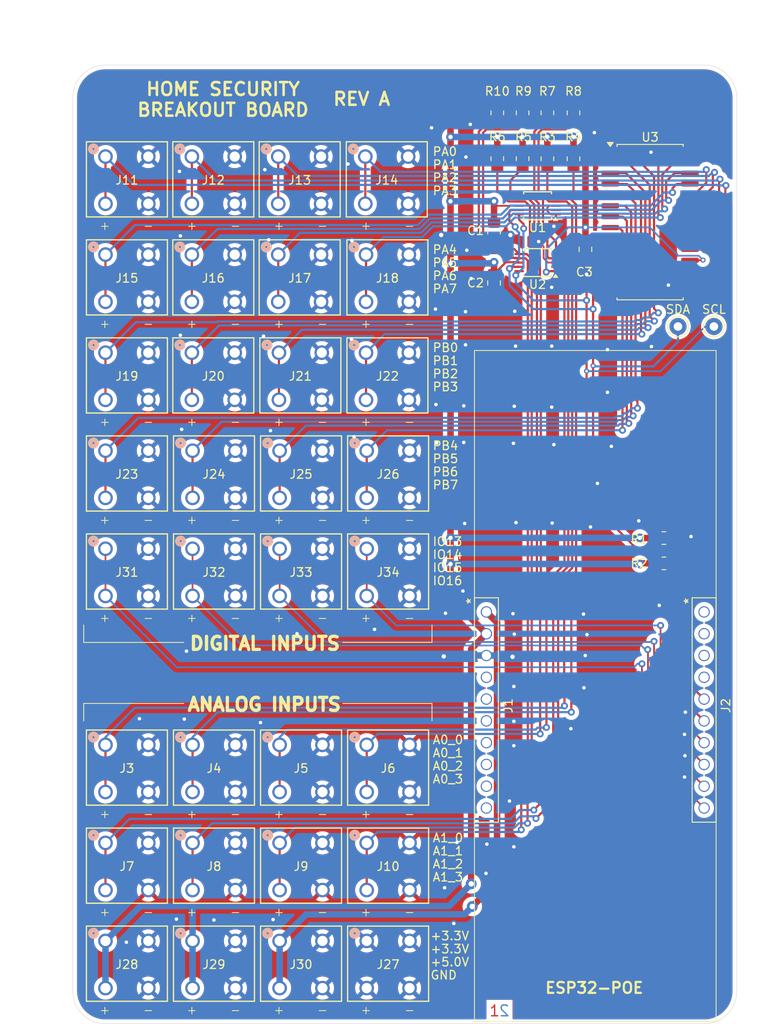
<source format=kicad_pcb>
(kicad_pcb (version 20241229) (generator "pcbnew") (generator_version "9.0")
  (layers (0 "F.Cu" signal) (2 "B.Cu" signal) (13 "F.Paste" user) (15 "B.Paste" user) (5 "F.SilkS" user "F.Silkscreen") (7 "B.SilkS" user "B.Silkscreen") (1 "F.Mask" user) (3 "B.Mask" user) (25 "Edge.Cuts" user))
  (net 0 "")
  (net 1 "GND")
  (net 2 "+3.3V")
  (net 3 "+5V")
  (net 4 "/ADC1_0")
  (net 5 "/ADC1_1")
  (net 6 "/ADC1_2")
  (net 7 "/ADC1_3")
  (net 8 "/SCL")
  (net 9 "/SDA")
  (net 10 "/PA0")
  (net 11 "/PA1")
  (net 12 "/PA2")
  (net 13 "/PA3")
  (net 14 "/PA4")
  (net 15 "/PA5")
  (net 16 "/PA6")
  (net 17 "/PA7")
  (net 18 "/PB0")
  (net 19 "/PB1")
  (net 20 "/PB2")
  (net 21 "/PB3")
  (net 22 "/PB4")
  (net 23 "/PB5")
  (net 24 "/PB6")
  (net 25 "/PB7")
  (net 26 "/ADC0_0")
  (net 27 "/ADC0_1")
  (net 28 "/ADC0_2")
  (net 29 "/ADC0_3")
  (net 47 "/GPIO13")
  (net 48 "/GPIO15")
  (net 49 "/GPIO14")
  (net 50 "/GPIO16")
  (footprint "footprint:CONN_1825960000_WED" (layer "F.Cu") (at 125.65 69.088)
    (property "Reference" "J18")
    (property "Value" "1825960000")
  )
  (footprint "Package_SO:TSSOP-10_3x3mm_P0.5mm" (layer "F.Cu") (at 145.669 63.3945 180)
    (property "Reference" "U1")
    (property "Value" "ADS1115IDGS")
  )
  (footprint "footprint:CONN_1825960000_WED" (layer "F.Cu") (at 105.41 149.098)
    (property "Reference" "J29")
    (property "Value" "1825960000")
  )
  (footprint "footprint:CONN_1825960000_WED" (layer "F.Cu") (at 105.41 126.238)
    (property "Reference" "J4")
    (property "Value" "1825960000")
  )
  (footprint "Resistor_SMD:R_0805_2012Metric_Pad1.20x1.40mm_HandSolder" (layer "F.Cu") (at 160.4104 102.1334)
    (property "Reference" "R1")
    (property "Value" "4.7K")
  )
  (footprint "Package_SO:TSSOP-10_3x3mm_P0.5mm" (layer "F.Cu") (at 145.669 70.0145 180)
    (property "Reference" "U2")
    (property "Value" "ADS1115IDGS")
  )
  (footprint "Resistor_SMD:R_0805_2012Metric_Pad1.20x1.40mm_HandSolder" (layer "F.Cu") (at 149.86 57.912 -90)
    (property "Reference" "R4")
    (property "Value" "10K")
  )
  (footprint "Resistor_SMD:R_0805_2012Metric_Pad1.20x1.40mm_HandSolder" (layer "F.Cu") (at 146.812 52.562 -90)
    (property "Reference" "R7")
    (property "Value" "10K")
  )
  (footprint "footprint:CONN_1825960000_WED" (layer "F.Cu") (at 125.65 80.518)
    (property "Reference" "J22")
    (property "Value" "1825960000")
  )
  (footprint "footprint:CONN_1825960000_WED" (layer "F.Cu") (at 95.25 149.098)
    (property "Reference" "J28")
    (property "Value" "1825960000")
  )
  (footprint "footprint:PPTC101LFBN-RC" (layer "F.Cu") (at 165.1 110.744 -90)
    (property "Reference" "J2")
    (property "Value" "Conn_01x10_Pin")
  )
  (footprint "footprint:CONN_1825960000_WED" (layer "F.Cu") (at 125.73 137.668)
    (property "Reference" "J10")
    (property "Value" "1825960000")
  )
  (footprint "footprint:CONN_1825960000_WED" (layer "F.Cu") (at 115.41 57.658)
    (property "Reference" "J13")
    (property "Value" "1825960000")
  )
  (footprint "Resistor_SMD:R_0805_2012Metric_Pad1.20x1.40mm_HandSolder" (layer "F.Cu") (at 140.97 52.562 -90)
    (property "Reference" "R10")
    (property "Value" "10K")
  )
  (footprint "Capacitor_SMD:C_0805_2012Metric_Pad1.18x1.45mm_HandSolder" (layer "F.Cu") (at 140.589 66.421 -90)
    (property "Reference" "C1")
    (property "Value" ".1uF")
  )
  (footprint "Resistor_SMD:R_0805_2012Metric_Pad1.20x1.40mm_HandSolder" (layer "F.Cu") (at 149.86 52.562 -90)
    (property "Reference" "R8")
    (property "Value" "10K")
  )
  (footprint "footprint:CONN_1825960000_WED" (layer "F.Cu") (at 105.41 91.948)
    (property "Reference" "J24")
    (property "Value" "1825960000")
  )
  (footprint "TestPoint:TestPoint_THTPad_D2.0mm_Drill1.0mm" (layer "F.Cu") (at 166.243 77.47)
    (property "Reference" "SCL")
    (property "Value" "TestPoint")
  )
  (footprint "footprint:CONN_1825960000_WED" (layer "F.Cu") (at 95.25 103.378)
    (property "Reference" "J31")
    (property "Value" "1825960000")
  )
  (footprint "footprint:CONN_1825960000_WED" (layer "F.Cu") (at 125.73 103.378)
    (property "Reference" "J34")
    (property "Value" "1825960000")
  )
  (footprint "footprint:CONN_1825960000_WED" (layer "F.Cu") (at 105.33 69.088)
    (property "Reference" "J16")
    (property "Value" "1825960000")
  )
  (footprint "footprint:CONN_1825960000_WED" (layer "F.Cu") (at 105.41 137.668)
    (property "Reference" "J8")
    (property "Value" "1825960000")
  )
  (footprint "TestPoint:TestPoint_THTPad_D2.0mm_Drill1.0mm" (layer "F.Cu") (at 162.052 77.47)
    (property "Reference" "SDA")
    (property "Value" "TestPoint")
  )
  (footprint "Resistor_SMD:R_0805_2012Metric_Pad1.20x1.40mm_HandSolder" (layer "F.Cu") (at 143.92 57.896 -90)
    (property "Reference" "R5")
    (property "Value" "10K")
  )
  (footprint "footprint:CONN_1825960000_WED" (layer "F.Cu") (at 115.57 149.098)
    (property "Reference" "J30")
    (property "Value" "1825960000")
  )
  (footprint "footprint:CONN_1825960000_WED" (layer "F.Cu") (at 95.25 137.668)
    (property "Reference" "J7")
    (property "Value" "1825960000")
  )
  (footprint "footprint:CONN_1825960000_WED" (layer "F.Cu") (at 115.49 80.518)
    (property "Reference" "J21")
    (property "Value" "1825960000")
  )
  (footprint "footprint:CONN_1825960000_WED" (layer "F.Cu") (at 125.73 149.098)
    (property "Reference" "J27")
    (property "Value" "1825960000")
  )
  (footprint "Resistor_SMD:R_0805_2012Metric_Pad1.20x1.40mm_HandSolder" (layer "F.Cu") (at 143.92 52.562 -90)
    (property "Reference" "R9")
    (property "Value" "10K")
  )
  (footprint "footprint:CONN_1825960000_WED" (layer "F.Cu") (at 115.57 137.668)
    (property "Reference" "J9")
    (property "Value" "1825960000")
  )
  (footprint "footprint:CONN_1825960000_WED" (layer "F.Cu") (at 125.57 57.658)
    (property "Reference" "J14")
    (property "Value" "1825960000")
  )
  (footprint "footprint:CONN_1825960000_WED" (layer "F.Cu") (at 105.41 103.378)
    (property "Reference" "J32")
    (property "Value" "1825960000")
  )
  (footprint "Resistor_SMD:R_0805_2012Metric_Pad1.20x1.40mm_HandSolder" (layer "F.Cu") (at 160.4104 105.0834)
    (property "Reference" "R2")
    (property "Value" "4.7K")
  )
  (footprint "footprint:CONN_1825960000_WED" (layer "F.Cu") (at 115.57 91.948)
    (property "Reference" "J25")
    (property "Value" "1825960000")
  )
  (footprint "Capacitor_SMD:C_0805_2012Metric_Pad1.18x1.45mm_HandSolder" (layer "F.Cu") (at 140.589 72.39 -90)
    (property "Reference" "C2")
    (property "Value" ".1uF")
  )
  (footprint "footprint:CONN_1825960000_WED" (layer "F.Cu") (at 115.57 103.378)
    (property "Reference" "J33")
    (property "Value" "1825960000")
  )
  (footprint "footprint:CONN_1825960000_WED" (layer "F.Cu") (at 95.25 126.238)
    (property "Reference" "J3")
    (property "Value" "1825960000")
  )
  (footprint "footprint:CONN_1825960000_WED" (layer "F.Cu") (at 105.33 57.658)
    (property "Reference" "J12")
    (property "Value" "1825960000")
  )
  (footprint "Resistor_SMD:R_0805_2012Metric_Pad1.20x1.40mm_HandSolder" (layer "F.Cu") (at 140.97 57.896 -90)
    (property "Reference" "R6")
    (property "Value" "10K")
  )
  (footprint "footprint:PPTC101LFBN-RC" (layer "F.Cu") (at 139.7 110.744 -90)
    (property "Reference" "J1")
    (property "Value" "Conn_01x10_Pin")
  )
  (footprint "footprint:CONN_1825960000_WED" (layer "F.Cu") (at 115.57 126.238)
    (property "Reference" "J5")
    (property "Value" "1825960000")
  )
  (footprint "Resistor_SMD:R_0805_2012Metric_Pad1.20x1.40mm_HandSolder" (layer "F.Cu") (at 146.812 57.912 -90)
    (property "Reference" "R3")
    (property "Value" "10K")
  )
  (footprint "footprint:CONN_1825960000_WED" (layer "F.Cu") (at 95.25 91.948)
    (property "Reference" "J23")
    (property "Value" "1825960000")
  )
  (footprint "footprint:CONN_1825960000_WED" (layer "F.Cu") (at 105.33 80.518)
    (property "Reference" "J20")
    (property "Value" "1825960000")
  )
  (footprint "footprint:CONN_1825960000_WED" (layer "F.Cu") (at 95.25 57.658)
    (property "Reference" "J11")
    (property "Value" "1825960000")
  )
  (footprint "footprint:CONN_1825960000_WED" (layer "F.Cu") (at 125.73 91.948)
    (property "Reference" "J26")
    (property "Value" "1825960000")
  )
  (footprint "footprint:CONN_1825960000_WED" (layer "F.Cu") (at 95.25 80.518)
    (property "Reference" "J19")
    (property "Value" "1825960000")
  )
  (footprint "Capacitor_SMD:C_0805_2012Metric_Pad1.18x1.45mm_HandSolder" (layer "F.Cu") (at 151.257 68.4745 -90)
    (property "Reference" "C3")
    (property "Value" ".1uF")
  )
  (footprint "footprint:CONN_1825960000_WED" (layer "F.Cu") (at 125.73 126.238)
    (property "Reference" "J6")
    (property "Value" "1825960000")
  )
  (footprint "footprint:CONN_1825960000_WED" (layer "F.Cu") (at 115.41 69.088)
    (property "Reference" "J17")
    (property "Value" "1825960000")
  )
  (footprint "footprint:CONN_1825960000_WED" (layer "F.Cu") (at 95.25 69.088)
    (property "Reference" "J15")
    (property "Value" "1825960000")
  )
  (footprint "Package_SO:SOIC-28W_7.5x17.9mm_P1.27mm" (layer "F.Cu") (at 158.799 65.2995)
    (property "Reference" "U3")
    (property "Value" "MCP23017_SO")
  )
  (gr_poly (pts (xy 163.83 157.734) (xy 163.068 157.734) (xy 163.576 155.702) (xy 164.338 155.702)) (fill yes) (layer "F.Cu"))
  (gr_poly (pts (xy 164.719 157.734) (xy 163.957 157.734) (xy 164.211 156.718) (xy 164.973 156.718)) (fill yes) (layer "F.Cu"))
  (gr_poly (pts (xy 162.941 157.734) (xy 162.179 157.734) (xy 162.687 155.702) (xy 163.449 155.702)) (fill yes) (layer "F.Cu"))
  (gr_poly (pts (xy 162.052 157.734) (xy 161.29 157.734) (xy 161.544 156.718) (xy 162.306 156.718)) (fill yes) (layer "F.Cu"))
  (gr_line (start 104.394 121.412) (end 92.71 121.412) (stroke (width 0.1)) (layer "F.SilkS"))
  (gr_line (start 122.936 121.412) (end 133.35 121.412) (stroke (width 0.1)) (layer "F.SilkS"))
  (gr_line (start 133.35 121.412) (end 133.35 123.444) (stroke (width 0.1)) (layer "F.SilkS"))
  (gr_line (start 92.71 121.412) (end 92.71 123.444) (stroke (width 0.1)) (layer "F.SilkS"))
  (gr_rect (start 138.303 80.264) (end 166.497 158.496) (stroke (width 0.1)) (fill no) (layer "F.SilkS"))
  (gr_line (start 104.394 114.3) (end 92.71 114.3) (stroke (width 0.1)) (layer "F.SilkS"))
  (gr_line (start 133.35 114.3) (end 133.35 112.268) (stroke (width 0.1)) (layer "F.SilkS"))
  (gr_line (start 122.936 114.3) (end 133.35 114.3) (stroke (width 0.1)) (layer "F.SilkS"))
  (gr_line (start 92.71 114.3) (end 92.71 112.268) (stroke (width 0.1)) (layer "F.SilkS"))
  (gr_arc (start 168.91 154.94) (mid 167.794077 157.634077) (end 165.1 158.75) (stroke (width 0.05)) (layer "Edge.Cuts"))
  (gr_line (start 91.44 154.94) (end 91.44 50.8) (stroke (width 0.05)) (layer "Edge.Cuts"))
  (gr_arc (start 165.1 46.99) (mid 167.794077 48.105923) (end 168.91 50.8) (stroke (width 0.05)) (layer "Edge.Cuts"))
  (gr_line (start 168.91 50.8) (end 168.91 154.94) (stroke (width 0.05)) (layer "Edge.Cuts"))
  (gr_arc (start 91.44 50.8) (mid 92.555923 48.105923) (end 95.25 46.99) (stroke (width 0.05)) (layer "Edge.Cuts"))
  (gr_arc (start 95.25 158.75) (mid 92.555923 157.634077) (end 91.44 154.94) (stroke (width 0.05)) (layer "Edge.Cuts"))
  (gr_line (start 95.25 46.99) (end 165.1 46.99) (stroke (width 0.05)) (layer "Edge.Cuts"))
  (gr_line (start 165.1 158.75) (end 95.25 158.75) (stroke (width 0.05)) (layer "Edge.Cuts"))
  (gr_text "1" (at 139.954 157.988 0) (layer "F.Cu") (effects (font (size 1.27 1.27) (thickness 0.1524)) (justify left bottom)))
  (gr_text "2" (at 142.494 157.988 0) (layer "B.Cu") (effects (font (size 1.27 1.27) (thickness 0.1524)) (justify left bottom mirror)))
  (gr_text "HOME SECURITY\nBREAKOUT BOARD" (at 108.966 53.086 0) (layer "F.SilkS") (effects (font (size 1.5 1.5) (thickness 0.3) (bold yes)) (justify bottom)))
  (gr_text "PB1" (at 133.35 82.042 0) (layer "F.SilkS") (effects (font (size 1 1)) (justify left bottom)))
  (gr_text "PA2" (at 133.35 60.706 0) (layer "F.SilkS") (effects (font (size 1 1)) (justify left bottom)))
  (gr_text "+" (at 94.488 77.724 0) (layer "F.SilkS") (effects (font (size 1 1) (thickness 0.1)) (justify left bottom)))
  (gr_text "-" (at 130.048 77.724 0) (layer "F.SilkS") (effects (font (size 1 1) (thickness 0.1)) (justify left bottom)))
  (gr_text "+" (at 114.808 146.304 0) (layer "F.SilkS") (effects (font (size 1 1) (thickness 0.1)) (justify left bottom)))
  (gr_text "+" (at 114.808 89.154 0) (layer "F.SilkS") (effects (font (size 1 1) (thickness 0.1)) (justify left bottom)))
  (gr_text "PA0" (at 133.35 57.658 0) (layer "F.SilkS") (effects (font (size 1 1)) (justify left bottom)))
  (gr_text "+" (at 94.488 100.584 0) (layer "F.SilkS") (effects (font (size 1 1) (thickness 0.1)) (justify left bottom)))
  (gr_text "-" (at 99.568 146.304 0) (layer "F.SilkS") (effects (font (size 1 1) (thickness 0.1)) (justify left bottom)))
  (gr_text "PB0" (at 133.35 80.518 0) (layer "F.SilkS") (effects (font (size 1 1)) (justify left bottom)))
  (gr_text "-" (at 99.568 100.584 0) (layer "F.SilkS") (effects (font (size 1 1) (thickness 0.1)) (justify left bottom)))
  (gr_text "PA6" (at 133.35 72.136 0) (layer "F.SilkS") (effects (font (size 1 1)) (justify left bottom)))
  (gr_text "PB3" (at 133.35 85.09 0) (layer "F.SilkS") (effects (font (size 1 1)) (justify left bottom)))
  (gr_text "+" (at 124.968 100.584 0) (layer "F.SilkS") (effects (font (size 1 1) (thickness 0.1)) (justify left bottom)))
  (gr_text "+" (at 104.648 89.154 0) (layer "F.SilkS") (effects (font (size 1 1) (thickness 0.1)) (justify left bottom)))
  (gr_text "IO13" (at 133.35 103.124 0) (layer "F.SilkS") (effects (font (size 1 1)) (justify left bottom)))
  (gr_text "-" (at 109.728 112.014 0) (layer "F.SilkS") (effects (font (size 1 1) (thickness 0.1)) (justify left bottom)))
  (gr_text "ESP32-POE" (at 146.431 155.321 0) (layer "F.SilkS") (effects (font (size 1.27 1.27) (thickness 0.254) (bold yes)) (justify left bottom)))
  (gr_text "+" (at 114.808 134.874 0) (layer "F.SilkS") (effects (font (size 1 1) (thickness 0.1)) (justify left bottom)))
  (gr_text "+" (at 114.808 100.584 0) (layer "F.SilkS") (effects (font (size 1 1) (thickness 0.1)) (justify left bottom)))
  (gr_text "-" (at 109.728 77.724 0) (layer "F.SilkS") (effects (font (size 1 1) (thickness 0.1)) (justify left bottom)))
  (gr_text "+" (at 104.648 77.724 0) (layer "F.SilkS") (effects (font (size 1 1) (thickness 0.1)) (justify left bottom)))
  (gr_text "+" (at 94.488 89.154 0) (layer "F.SilkS") (effects (font (size 1 1) (thickness 0.1)) (justify left bottom)))
  (gr_text "-" (at 99.568 77.724 0) (layer "F.SilkS") (effects (font (size 1 1) (thickness 0.1)) (justify left bottom)))
  (gr_text "-" (at 99.568 134.874 0) (layer "F.SilkS") (effects (font (size 1 1) (thickness 0.1)) (justify left bottom)))
  (gr_text "GND" (at 133.096 153.67 0) (layer "F.SilkS") (effects (font (size 1 1)) (justify left bottom)))
  (gr_text "A1_2" (at 133.35 140.716 0) (layer "F.SilkS") (effects (font (size 1 1)) (justify left bottom)))
  (gr_text "-" (at 119.888 112.014 0) (layer "F.SilkS") (effects (font (size 1 1) (thickness 0.1)) (justify left bottom)))
  (gr_text "PA5" (at 133.35 70.612 0) (layer "F.SilkS") (effects (font (size 1 1)) (justify left bottom)))
  (gr_text "A0_2" (at 133.35 129.286 0) (layer "F.SilkS") (effects (font (size 1 1)) (justify left bottom)))
  (gr_text "-" (at 130.048 66.294 0) (layer "F.SilkS") (effects (font (size 1 1) (thickness 0.1)) (justify left bottom)))
  (gr_text "+" (at 94.488 112.014 0) (layer "F.SilkS") (effects (font (size 1 1) (thickness 0.1)) (justify left bottom)))
  (gr_text "PB2" (at 133.35 83.566 0) (layer "F.SilkS") (effects (font (size 1 1)) (justify left bottom)))
  (gr_text "-" (at 130.048 112.014 0) (layer "F.SilkS") (effects (font (size 1 1) (thickness 0.1)) (justify left bottom)))
  (gr_text "REV A" (at 121.666 51.816 0) (layer "F.SilkS") (effects (font (size 1.5 1.5) (thickness 0.3) (bold yes)) (justify left bottom)))
  (gr_text "IO15" (at 133.35 106.172 0) (layer "F.SilkS") (effects (font (size 1 1)) (justify left bottom)))
  (gr_text "-" (at 99.568 157.734 0) (layer "F.SilkS") (effects (font (size 1 1) (thickness 0.1)) (justify left bottom)))
  (gr_text "+" (at 124.968 77.724 0) (layer "F.SilkS") (effects (font (size 1 1) (thickness 0.1)) (justify left bottom)))
  (gr_text "+" (at 124.968 112.014 0) (layer "F.SilkS") (effects (font (size 1 1) (thickness 0.1)) (justify left bottom)))
  (gr_text "-" (at 99.568 89.154 0) (layer "F.SilkS") (effects (font (size 1 1) (thickness 0.1)) (justify left bottom)))
  (gr_text "IO16" (at 133.35 107.696 0) (layer "F.SilkS") (effects (font (size 1 1)) (justify left bottom)))
  (gr_text "+3.3V" (at 133.096 149.098 0) (layer "F.SilkS") (effects (font (size 1 1)) (justify left bottom)))
  (gr_text "+" (at 104.648 134.874 0) (layer "F.SilkS") (effects (font (size 1 1) (thickness 0.1)) (justify left bottom)))
  (gr_text "-" (at 109.728 66.294 0) (layer "F.SilkS") (effects (font (size 1 1) (thickness 0.1)) (justify left bottom)))
  (gr_text "-" (at 119.888 89.154 0) (layer "F.SilkS") (effects (font (size 1 1) (thickness 0.1)) (justify left bottom)))
  (gr_text "-" (at 119.888 134.874 0) (layer "F.SilkS") (effects (font (size 1 1) (thickness 0.1)) (justify left bottom)))
  (gr_text "-" (at 109.728 157.734 0) (layer "F.SilkS") (effects (font (size 1 1) (thickness 0.1)) (justify left bottom)))
  (gr_text "PB5" (at 133.35 93.472 0) (layer "F.SilkS") (effects (font (size 1 1)) (justify left bottom)))
  (gr_text "+" (at 124.968 157.734 0) (layer "F.SilkS") (effects (font (size 1 1) (thickness 0.1)) (justify left bottom)))
  (gr_text "+" (at 124.968 89.154 0) (layer "F.SilkS") (effects (font (size 1 1) (thickness 0.1)) (justify left bottom)))
  (gr_text "PB7" (at 133.35 96.52 0) (layer "F.SilkS") (effects (font (size 1 1)) (justify left bottom)))
  (gr_text "PA4" (at 133.35 69.088 0) (layer "F.SilkS") (effects (font (size 1 1)) (justify left bottom)))
  (gr_text "+" (at 124.968 146.304 0) (layer "F.SilkS") (effects (font (size 1 1) (thickness 0.1)) (justify left bottom)))
  (gr_text "+" (at 114.808 112.014 0) (layer "F.SilkS") (effects (font (size 1 1) (thickness 0.1)) (justify left bottom)))
  (gr_text "+" (at 114.808 66.294 0) (layer "F.SilkS") (effects (font (size 1 1) (thickness 0.1)) (justify left bottom)))
  (gr_text "+" (at 94.488 157.734 0) (layer "F.SilkS") (effects (font (size 1 1) (thickness 0.1)) (justify left bottom)))
  (gr_text "+" (at 94.488 134.874 0) (layer "F.SilkS") (effects (font (size 1 1) (thickness 0.1)) (justify left bottom)))
  (gr_text "-" (at 109.728 134.874 0) (layer "F.SilkS") (effects (font (size 1 1) (thickness 0.1)) (justify left bottom)))
  (gr_text "-" (at 130.048 134.874 0) (layer "F.SilkS") (effects (font (size 1 1) (thickness 0.1)) (justify left bottom)))
  (gr_text "-" (at 119.888 77.724 0) (layer "F.SilkS") (effects (font (size 1 1) (thickness 0.1)) (justify left bottom)))
  (gr_text "+" (at 114.808 77.724 0) (layer "F.SilkS") (effects (font (size 1 1) (thickness 0.1)) (justify left bottom)))
  (gr_text "+" (at 104.648 146.304 0) (layer "F.SilkS") (effects (font (size 1 1) (thickness 0.1)) (justify left bottom)))
  (gr_text "-" (at 109.728 100.584 0) (layer "F.SilkS") (effects (font (size 1 1) (thickness 0.1)) (justify left bottom)))
  (gr_text "-" (at 130.048 100.584 0) (layer "F.SilkS") (effects (font (size 1 1) (thickness 0.1)) (justify left bottom)))
  (gr_text "ANALOG INPUTS" (at 104.648 122.428 0) (layer "F.SilkS") (effects (font (size 1.524 1.524) (thickness 0.381) (bold yes)) (justify left bottom)))
  (gr_text "PA7" (at 133.35 73.66 0) (layer "F.SilkS") (effects (font (size 1 1)) (justify left bottom)))
  (gr_text "-" (at 119.888 157.734 0) (layer "F.SilkS") (effects (font (size 1 1) (thickness 0.1)) (justify left bottom)))
  (gr_text "-" (at 130.048 89.154 0) (layer "F.SilkS") (effects (font (size 1 1) (thickness 0.1)) (justify left bottom)))
  (gr_text "+" (at 124.968 66.294 0) (layer "F.SilkS") (effects (font (size 1 1) (thickness 0.1)) (justify left bottom)))
  (gr_text "+3.3V" (at 133.096 150.622 0) (layer "F.SilkS") (effects (font (size 1 1)) (justify left bottom)))
  (gr_text "+" (at 104.648 112.014 0) (layer "F.SilkS") (effects (font (size 1 1) (thickness 0.1)) (justify left bottom)))
  (gr_text "IO14" (at 133.35 104.648 0) (layer "F.SilkS") (effects (font (size 1 1)) (justify left bottom)))
  (gr_text "A0_0" (at 133.35 126.238 0) (layer "F.SilkS") (effects (font (size 1 1)) (justify left bottom)))
  (gr_text "-" (at 99.568 66.294 0) (layer "F.SilkS") (effects (font (size 1 1) (thickness 0.1)) (justify left bottom)))
  (gr_text "-" (at 119.888 66.294 0) (layer "F.SilkS") (effects (font (size 1 1) (thickness 0.1)) (justify left bottom)))
  (gr_text "PA1" (at 133.35 59.182 0) (layer "F.SilkS") (effects (font (size 1 1)) (justify left bottom)))
  (gr_text "-" (at 109.728 89.154 0) (layer "F.SilkS") (effects (font (size 1 1) (thickness 0.1)) (justify left bottom)))
  (gr_text "A0_3" (at 133.35 130.81 0) (layer "F.SilkS") (effects (font (size 1 1)) (justify left bottom)))
  (gr_text "+" (at 94.488 66.294 0) (layer "F.SilkS") (effects (font (size 1 1) (thickness 0.1)) (justify left bottom)))
  (gr_text "PB6" (at 133.35 94.996 0) (layer "F.SilkS") (effects (font (size 1 1)) (justify left bottom)))
  (gr_text "+" (at 104.648 157.734 0) (layer "F.SilkS") (effects (font (size 1 1) (thickness 0.1)) (justify left bottom)))
  (gr_text "-" (at 130.048 157.734 0) (layer "F.SilkS") (effects (font (size 1 1) (thickness 0.1)) (justify left bottom)))
  (gr_text "-" (at 99.568 112.014 0) (layer "F.SilkS") (effects (font (size 1 1) (thickness 0.1)) (justify left bottom)))
  (gr_text "-" (at 130.048 146.304 0) (layer "F.SilkS") (effects (font (size 1 1) (thickness 0.1)) (justify left bottom)))
  (gr_text "+5.0V" (at 133.096 152.146 0) (layer "F.SilkS") (effects (font (size 1 1)) (justify left bottom)))
  (gr_text "+" (at 104.648 100.584 0) (layer "F.SilkS") (effects (font (size 1 1) (thickness 0.1)) (justify left bottom)))
  (gr_text "A1_0" (at 133.35 137.668 0) (layer "F.SilkS") (effects (font (size 1 1)) (justify left bottom)))
  (gr_text "-" (at 119.888 100.584 0) (layer "F.SilkS") (effects (font (size 1 1) (thickness 0.1)) (justify left bottom)))
  (gr_text "PB4" (at 133.35 91.948 0) (layer "F.SilkS") (effects (font (size 1 1)) (justify left bottom)))
  (gr_text "+" (at 124.968 134.874 0) (layer "F.SilkS") (effects (font (size 1 1) (thickness 0.1)) (justify left bottom)))
  (gr_text "A1_3" (at 133.35 142.24 0) (layer "F.SilkS") (effects (font (size 1 1)) (justify left bottom)))
  (gr_text "+" (at 114.808 157.734 0) (layer "F.SilkS") (effects (font (size 1 1) (thickness 0.1)) (justify left bottom)))
  (gr_text "+" (at 94.488 146.304 0) (layer "F.SilkS") (effects (font (size 1 1) (thickness 0.1)) (justify left bottom)))
  (gr_text "-" (at 109.728 146.304 0) (layer "F.SilkS") (effects (font (size 1 1) (thickness 0.1)) (justify left bottom)))
  (gr_text "A1_1" (at 133.35 139.192 0) (layer "F.SilkS") (effects (font (size 1 1)) (justify left bottom)))
  (gr_text "DIGITAL INPUTS" (at 104.902 115.316 0) (layer "F.SilkS") (effects (font (size 1.524 1.524) (thickness 0.381) (bold yes)) (justify left bottom)))
  (gr_text "PA3" (at 133.35 62.23 0) (layer "F.SilkS") (effects (font (size 1 1)) (justify left bottom)))
  (gr_text "+" (at 104.648 66.294 0) (layer "F.SilkS") (effects (font (size 1 1) (thickness 0.1)) (justify left bottom)))
  (gr_text "A0_1" (at 133.35 127.762 0) (layer "F.SilkS") (effects (font (size 1 1)) (justify left bottom)))
  (gr_text "-" (at 119.888 146.304 0) (layer "F.SilkS") (effects (font (size 1 1) (thickness 0.1)) (justify left bottom)))
  (segment (start 146.812 64.008) (end 147.1985 64.3945) (width 0.2) (layer "F.Cu") (net 1))
  (segment (start 146.882717 70.0145) (end 146.372 69.503783) (width 0.2) (layer "F.Cu") (net 1))
  (segment (start 146.812 63.6245) (end 146.812 64.008) (width 0.2) (layer "F.Cu") (net 1))
  (segment (start 147.819 70.0145) (end 146.882717 70.0145) (width 0.2) (layer "F.Cu") (net 1))
  (segment (start 147.574 65.786) (end 147.574 65.768) (width 0.2) (layer "F.Cu") (net 1))
  (segment (start 140.589 67.4585) (end 141.8375 67.4585) (width 0.762) (layer "F.Cu") (net 1))
  (segment (start 147.819 63.3945) (end 147.042 63.3945) (width 0.2) (layer "F.Cu") (net 1))
  (segment (start 154.149 68.4745) (end 152.2945 68.4745) (width 0.762) (layer "F.Cu") (net 1))
  (segment (start 147.042 63.3945) (end 146.812 63.6245) (width 0.2) (layer "F.Cu") (net 1))
  (segment (start 147.1985 64.3945) (end 147.819 64.3945) (width 0.2) (layer "F.Cu") (net 1))
  (segment (start 147.574 65.768) (end 147.819 65.523) (width 0.2) (layer "F.Cu") (net 1))
  (segment (start 146.372 69.342) (end 146.372 68.14) (width 0.2) (layer "F.Cu") (net 1))
  (segment (start 152.2945 68.4745) (end 151.257 69.512) (width 0.762) (layer "F.Cu") (net 1))
  (segment (start 141.8375 67.4585) (end 142.494 66.802) (width 0.762) (layer "F.Cu") (net 1))
  (segment (start 147.819 65.523) (end 147.819 64.3945) (width 0.2) (layer "F.Cu") (net 1))
  (segment (start 146.372 68.14) (end 145.796 67.564) (width 0.2) (layer "F.Cu") (net 1))
  (segment (start 146.372 69.503783) (end 146.372 69.342) (width 0.2) (layer "F.Cu") (net 1))
  (via (at 151.384 71.374) (size 0.8128) (drill 0.4064) (layers "F.Cu" "B.Cu") (net 1))
  (via (at 135.89 147.066) (size 0.8128) (drill 0.4064) (layers "F.Cu" "B.Cu") (net 1))
  (via (at 163.576 101.9556) (size 0.8128) (drill 0.4064) (layers "F.Cu" "B.Cu") (net 1))
  (via (at 149.5552 124.3584) (size 0.8128) (drill 0.4064) (layers "F.Cu" "B.Cu") (net 1))
  (via (at 151.2316 115.824) (size 0.8128) (drill 0.4064) (layers "F.Cu" "B.Cu") (net 1))
  (via (at 142.748 115.9764) (size 1.016) (drill 0.508) (layers "F.Cu" "B.Cu") (net 1))
  (via (at 154.2796 91.44) (size 0.8128) (drill 0.4064) (layers "F.Cu" "B.Cu") (net 1))
  (via (at 137.414 68.58) (size 0.8128) (drill 0.4064) (layers "F.Cu" "B.Cu") (net 1))
  (via (at 117.602 113.284) (size 0.8128) (drill 0.4064) (layers "F.Cu" "B.Cu") (net 1))
  (via (at 97.6884 149.2504) (size 0.8128) (drill 0.4064) (layers "F.Cu" "B.Cu") (net 1))
  (via (at 143.1036 79.756) (size 0.8128) (drill 0.4064) (layers "F.Cu" "B.Cu") (net 1))
  (via (at 142.9512 86.7664) (size 0.8128) (drill 0.4064) (layers "F.Cu" "B.Cu") (net 1))
  (via (at 103.9876 66.9036) (size 0.8128) (drill 0.4064) (layers "F.Cu" "B.Cu") (net 1))
  (via (at 114.3 67.3608) (size 0.8128) (drill 0.4064) (layers "F.Cu" "B.Cu") (net 1))
  (via (at 159.8676 109.982) (size 0.8128) (drill 0.4064) (layers "F.Cu" "B.Cu") (net 1))
  (via (at 103.5304 146.558) (size 0.8128) (drill 0.4064) (layers "F.Cu" "B.Cu") (net 1))
  (via (at 133.8072 86.5632) (size 0.8128) (drill 0.4064) (layers "F.Cu" "B.Cu") (net 1))
  (via (at 103.9876 78.486) (size 0.8128) (drill 0.4064) (layers "F.Cu" "B.Cu") (net 1))
  (via (at 104.14 89.4588) (size 0.8128) (drill 0.4064) (layers "F.Cu" "B.Cu") (net 1))
  (via (at 143.002 75.692) (size 0.8128) (drill 0.4064) (layers "F.Cu" "B.Cu") (net 1))
  (via (at 142.3924 132.7912) (size 0.8128) (drill 0.4064) (layers "F.Cu" "B.Cu") (net 1))
  (via (at 153.8224 85.1408) (size 0.8128) (drill 0.4064) (layers "F.Cu" "B.Cu") (net 1))
  (via (at 104.6988 115.316) (size 0.8128) (drill 0.4064) (layers "F.Cu" "B.Cu") (net 1))
  (via (at 134.8232 142.9004) (size 0.8128) (drill 0.4064) (layers "F.Cu" "B.Cu") (net 1))
  (via (at 142.9004 138.1252) (size 0.8128) (drill 0.4064) (layers "F.Cu" "B.Cu") (net 1))
  (via (at 133.2992 54.3052) (size 0.8128) (drill 0.4064) (layers "F.Cu" "B.Cu") (net 1))
  (via (at 142.9004 119.4308) (size 0.8128) (drill 0.4064) (layers "F.Cu" "B.Cu") (net 1))
  (via (at 142.7988 110.9472) (size 0.8128) (drill 0.4064) (layers "F.Cu" "B.Cu") (net 1))
  (via (at 114.5032 89.6112) (size 0.8128) (drill 0.4064) (layers "F.Cu" "B.Cu") (net 1))
  (via (at 124.0028 67.4624) (size 0.8128) (drill 0.4064) (layers "F.Cu" "B.Cu") (net 1))
  (via (at 134.42 66.802) (size 1.016) (drill 0.508) (layers "F.Cu" "B.Cu") (net 1))
  (via (at 113.8428 59.182) (size 0.8128) (drill 0.4064) (layers "F.Cu" "B.Cu") (net 1))
  (via (at 133.7564 75.438) (size 0.8128) (drill 0.4064) (layers "F.Cu" "B.Cu") (net 1))
  (via (at 134.7216 115.9256) (size 1.016) (drill 0.508) (layers "F.Cu" "B.Cu") (net 1))
  (via (at 142.9004 123.4948) (size 0.8128) (drill 0.4064) (layers "F.Cu" "B.Cu") (net 1))
  (via (at 142.8496 91.0844) (size 0.8128) (drill 0.4064) (layers "F.Cu" "B.Cu") (net 1))
  (via (at 136.9568 108.3056) (size 0.8128) (drill 0.4064) (layers "F.Cu" "B.Cu") (net 1))
  (via (at 134.9248 110.8964) (size 0.8128) (drill 0.4064) (layers "F.Cu" "B.Cu") (net 1))
  (via (at 113.3348 123.6472) (size 0.8128) (drill 0.4064) (layers "F.Cu" "B.Cu") (net 1))
  (via (at 137.0584 90.9828) (size 0.8128) (drill 0.4064) (layers "F.Cu" "B.Cu") (net 1))
  (via (at 124.2568 90.3224) (size 0.8128) (drill 0.4064) (layers "F.Cu" "B.Cu") (net 1))
  (via (at 103.886 59.3852) (size 0.8128) (drill 0.4064) (layers "F.Cu" "B.Cu") (net 1))
  (via (at 137.3124 57.7088) (size 0.8128) (drill 0.4064) (layers "F.Cu" "B.Cu") (net 1))
  (via (at 137.8204 53.8988) (size 0.8128) (drill 0.4064) (layers "F.Cu" "B.Cu") (net 1))
  (via (at 152.654 95.758) (size 0.8128) (drill 0.4064) (layers "F.Cu" "B.Cu") (net 1))
  (via (at 151.0792 119.5832) (size 0.8128) (drill 0.4064) (layers "F.Cu" "B.Cu") (net 1))
  (via (at 142.9512 113.3348) (size 0.8128) (drill 0.4064) (layers "F.Cu" "B.Cu") (net 1))
  (via (at 147.32 79.756) (size 0.8128) (drill 0.4064) (layers "F.Cu" "B.Cu") (net 1))
  (via (at 114.808 146.6088) (size 0.8128) (drill 0.4064) (layers "F.Cu" "B.Cu") (net 1))
  (via (at 162.814 129.9972) (size 0.8128) (drill 0.4064) (layers "F.Cu" "B.Cu") (net 1))
  (via (at 113.6904 78.5876) (size 0.8128) (drill 0.4064) (layers "F.Cu" "B.Cu") (net 1))
  (via (at 104.4448 123.2408) (size 0.8128) (drill 0.4064) (layers "F.Cu" "B.Cu") (net 1))
  (via (at 153.8224 80.1624) (size 0.8128) (drill 0.4064) (layers "F.Cu" "B.Cu") (net 1))
  (via (at 123.952 78.9432) (size 0.8128) (drill 0.4064) (layers "F.Cu" "B.Cu") (net 1))
  (via (at 99.2124 123.19) (size 0.8128) (drill 0.4064) (layers "F.Cu" "B.Cu") (net 1))
  (via (at 136.2456 137.6172) (size 0.8128) (drill 0.4064) (layers "F.Cu" "B.Cu") (net 1))
  (via (at 142.9004 126.3396) (size 0.8128) (drill 0.4064) (layers "F.Cu" "B.Cu") (net 1))
  (via (at 147.3708 100.3808) (size 0.8128) (drill 0.4064) (layers "F.Cu" "B.Cu") (net 1))
  (via (at 147.32 86.868) (size 0.8128) (drill 0.4064) (layers "F.Cu" "B.Cu") (net 1))
  (via (at 137.2616 79.6036) (size 0.8128) (drill 0.4064) (layers "F.Cu" "B.Cu") (net 1))
  (via (at 162.8648 127.508) (size 0.8128) (drill 0.4064) (layers "F.Cu" "B.Cu") (net 1))
  (via (at 147.574 65.786) (size 0.8128) (drill 0.4064) (layers "F.Cu" "B.Cu") (net 1))
  (via (at 142.494 66.802) (size 1.016) (drill 0.508) (layers "F.Cu" "B.Cu") (net 1))
  (via (at 158.9532 79.8068) (size 0.8128) (drill 0.4064) (layers "F.Cu" "B.Cu") (net 1))
  (via (at 151.0284 110.998) (size 0.8128) (drill 0.4064) (layers "F.Cu" "B.Cu") (net 1))
  (via (at 151.4348 113.3856) (size 0.8128) (drill 0.4064) (layers "F.Cu" "B.Cu") (net 1))
  (via (at 143.1544 100.33) (size 0.8128) (drill 0.4064) (layers "F.Cu" "B.Cu") (net 1))
  (via (at 107.8992 146.6596) (size 0.8128) (drill 0.4064) (layers "F.Cu" "B.Cu") (net 1))
  (via (at 160.9344 72.644) (size 0.8128) (drill 0.4064) (layers "F.Cu" "B.Cu") (net 1))
  (via (at 137.0584 86.7156) (size 0.8128) (drill 0.4064) (layers "F.Cu" "B.Cu") (net 1))
  (via (at 123.5456 58.5216) (size 0.8128) (drill 0.4064) (layers "F.Cu" "B.Cu") (net 1))
  (via (at 137.922 71.882) (size 0.8128) (drill 0.4064) (layers "F.Cu" "B.Cu") (net 1))
  (via (at 145.796 67.564) (size 0.8128) (drill 0.4064) (layers "F.Cu" "B.Cu") (net 1))
  (via (at 158.9024 57.15) (size 0.8128) (drill 0.4064) (layers "F.Cu" "B.Cu") (net 1))
  (via (at 133.9088 91.0336) (size 0.8128) (drill 0.4064) (layers "F.Cu" "B.Cu") (net 1))
  (via (at 137.2616 75.7428) (size 0.8128) (drill 0.4064) (layers "F.Cu" "B.Cu") (net 1))
  (via (at 126.6444 112.776) (size 0.8128) (drill 0.4064) (layers "F.Cu" "B.Cu") (net 1))
  (via (at 139.6492 141.224) (size 0.8128) (drill 0.4064) (layers "F.Cu" "B.Cu") (net 1))
  (via (at 162.814 125.0188) (size 0.8128) (drill 0.4064) (layers "F.Cu" "B.Cu") (net 1))
  (via (at 147.32 72.898) (size 0.8128) (drill 0.4064) (layers "F.Cu" "B.Cu") (net 1))
  (via (at 139.7508 137.8204) (size 0.8128) (drill 0.4064) (layers "F.Cu" "B.Cu") (net 1))
  (via (at 151.8412 100.838) (size 0.8128) (drill 0.4064) (layers "F.Cu" "B.Cu") (net 1))
  (via (at 157.48 100.1268) (size 0.8128) (drill 0.4064) (layers "F.Cu" "B.Cu") (net 1))
  (via (at 137.16 100.4316) (size 0.8128) (drill 0.4064) (layers "F.Cu" "B.Cu") (net 1))
  (via (at 152.2984 54.864) (size 0.8128) (drill 0.4064) (layers "F.Cu" "B.Cu") (net 1))
  (via (at 147.574 91.2368) (size 0.8128) (drill 0.4064) (layers "F.Cu" "B.Cu") (net 1))
  (via (at 162.9156 122.428) (size 0.8128) (drill 0.4064) (layers "F.Cu" "B.Cu") (net 1))
  (segment (start 139.7 115.824) (end 142.5956 115.824) (width 0.762) (layer "B.Cu") (net 1))
  (segment (start 134.8232 115.824) (end 134.7216 115.9256) (width 0.762) (layer "B.Cu") (net 1))
  (segment (start 142.494 66.802) (end 134.42 66.802) (width 0.762) (layer "B.Cu") (net 1))
  (segment (start 139.7 115.824) (end 134.8232 115.824) (width 0.762) (layer "B.Cu") (net 1))
  (segment (start 142.5956 115.824) (end 142.748 115.9764) (width 0.762) (layer "B.Cu") (net 1))
  (segment (start 149.86 56.912) (end 149.86 55.372) (width 0.762) (layer "F.Cu") (net 2))
  (segment (start 141.96956 69.97194) (end 140.589 71.3525) (width 0.254) (layer "F.Cu") (net 2))
  (segment (start 164.973 69.723) (end 164.9515 69.7445) (width 0.2) (layer "F.Cu") (net 2))
  (segment (start 157.6796 105.0834) (end 157.607 105.156) (width 0.762) (layer "F.Cu") (net 2))
  (segment (start 143.92 56.896) (end 143.92 55.401) (width 0.762) (layer "F.Cu") (net 2))
  (segment (start 140.589 62.865) (end 140.589 63.162) (width 0.2) (layer "F.Cu") (net 2))
  (segment (start 147.819 71.0145) (end 146.7829 71.0145) (width 0.254) (layer "F.Cu") (net 2))
  (segment (start 143.92 55.401) (end 143.891 55.372) (width 0.762) (layer "F.Cu") (net 2))
  (segment (start 140.589 65.3835) (end 140.589 62.865) (width 0.762) (layer "F.Cu") (net 2))
  (segment (start 140.8215 63.3945) (end 143.519 63.3945) (width 0.2) (layer "F.Cu") (net 2))
  (segment (start 143.519 70.0145) (end 143.47644 69.97194) (width 0.254) (layer "F.Cu") (net 2))
  (segment (start 137.922 51.562) (end 149.86 51.562) (width 0.762) (layer "F.Cu") (net 2))
  (segment (start 154.149 67.2045) (end 151.4895 67.2045) (width 0.762) (layer "F.Cu") (net 2))
  (segment (start 164.9515 69.7445) (end 163.449 69.7445) (width 0.2) (layer "F.Cu") (net 2))
  (segment (start 140.589 63.162) (end 140.8215 63.3945) (width 0.2) (layer "F.Cu") (net 2))
  (segment (start 151.4895 67.2045) (end 151.257 67.437) (width 0.254) (layer "F.Cu") (net 2))
  (segment (start 159.4104 105.0834) (end 157.6796 105.0834) (width 0.762) (layer "F.Cu") (net 2))
  (segment (start 159.4104 102.1334) (end 157.6324 102.1334) (width 0.762) (layer "F.Cu") (net 2))
  (segment (start 151.257 58.333) (end 151.257 65.913) (width 0.762) (layer "F.Cu") (net 2))
  (segment (start 135.509 55.372) (end 135.509 53.975) (width 0.762) (layer "F.Cu") (net 2))
  (segment (start 135.509 109.093) (end 135.509 105.156) (width 0.762) (layer "F.Cu") (net 2))
  (segment (start 151.257 65.913) (end 151.257 67.437) (width 0.762) (layer "F.Cu") (net 2))
  (segment (start 135.509 53.975) (end 137.922 51.562) (width 0.762) (layer "F.Cu") (net 2))
  (segment (start 139.7 113.284) (end 135.509 109.093) (width 0.762) (layer "F.Cu") (net 2))
  (segment (start 159.385 102.108) (end 159.4104 102.1334) (width 0.762) (layer "F.Cu") (net 2))
  (segment (start 135.509 62.865) (end 135.509 55.372) (width 0.762) (layer "F.Cu") (net 2))
  (segment (start 157.6324 102.1334) (end 157.607 102.108) (width 0.762) (layer "F.Cu") (net 2))
  (segment (start 135.509 102.108) (end 135.509 70.104) (width 0.762) (layer "F.Cu") (net 2))
  (segment (start 135.509 70.104) (end 135.509 62.865) (width 0.762) (layer "F.Cu") (net 2))
  (segment (start 137.922 115.062) (end 139.7 113.284) (width 0.762) (layer "F.Cu") (net 2))
  (segment (start 146.812 56.912) (end 146.812 55.372) (width 0.762) (layer "F.Cu") (net 2))
  (segment (start 135.509 105.156) (end 135.509 102.108) (width 0.762) (layer "F.Cu") (net 2))
  (segment (start 146.7829 71.0145) (end 146.6774 71.12) (width 0.254) (layer "F.Cu") (net 2))
  (segment (start 149.82 56.896) (end 151.257 58.333) (width 0.762) (layer "F.Cu") (net 2))
  (segment (start 140.97 56.896) (end 140.97 55.372) (width 0.762) (layer "F.Cu") (net 2))
  (segment (start 137.922 142.4432) (end 137.922 115.062) (width 0.762) (layer "F.Cu") (net 2))
  (segment (start 140.589 69.977) (end 140.589 71.3525) (width 0.762) (layer "F.Cu") (net 2))
  (segment (start 143.47644 69.97194) (end 141.96956 69.97194) (width 0.254) (layer "F.Cu") (net 2))
  (via (at 146.812 55.372) (size 1.016) (drill 0.508) (layers "F.Cu" "B.Cu") (net 2))
  (via (at 135.509 70.104) (size 1.016) (drill 0.508) (layers "F.Cu" "B.Cu") (net 2))
  (via (at 135.509 55.372) (size 1.016) (drill 0.508) (layers "F.Cu" "B.Cu") (net 2))
  (via (at 149.86 55.372) (size 1.016) (drill 0.508) (layers "F.Cu" "B.Cu") (net 2))
  (via (at 151.257 65.913) (size 0.8128) (drill 0.4064) (layers "F.Cu" "B.Cu") (net 2))
  (via (at 140.97 55.372) (size 1.016) (drill 0.508) (layers "F.Cu" "B.Cu") (net 2))
  (via (at 137.922 142.4432) (size 1.27) (drill 0.635) (layers "F.Cu" "B.Cu") (net 2))
  (via (at 140.589 62.865) (size 1.016) (drill 0.508) (layers "F.Cu" "B.Cu") (net 2))
  (via (at 146.6774 71.12) (size 0.8128) (drill 0.4064) (layers "F.Cu" "B.Cu") (net 2))
  (via (at 157.607 105.156) (size 1.016) (drill 0.508) (layers "F.Cu" "B.Cu") (net 2))
  (via (at 135.509 105.156) (size 1.016) (drill 0.508) (layers "F.Cu" "B.Cu") (net 2))
  (via (at 135.509 102.108) (size 1.016) (drill 0.508) (layers "F.Cu" "B.Cu") (net 2))
  (via (at 157.607 102.108) (size 1.016) (drill 0.508) (layers "F.Cu" "B.Cu") (net 2))
  (via (at 143.891 55.372) (size 1.016) (drill 0.508) (layers "F.Cu" "B.Cu") (net 2))
  (via (at 140.589 69.977) (size 1.016) (drill 0.508) (layers "F.Cu" "B.Cu") (net 2))
  (via (at 135.509 62.865) (size 1.016) (drill 0.508) (layers "F.Cu" "B.Cu") (net 2))
  (via (at 164.973 69.723) (size 0.6) (drill 0.3) (layers "F.Cu" "B.Cu") (net 2))
  (segment (start 105.664 145.034) (end 105.41 145.288) (width 0.762) (layer "B.Cu") (net 2))
  (segment (start 105.664 145.034) (end 99.314 145.034) (width 0.762) (layer "B.Cu") (net 2))
  (segment (start 137.922 142.4432) (end 135.3312 145.034) (width 0.762) (layer "B.Cu") (net 2))
  (segment (start 135.509 70.104) (end 140.462 70.104) (width 0.762) (layer "B.Cu") (net 2))
  (segment (start 99.314 145.034) (end 95.25 149.098) (width 0.762) (layer "B.Cu") (net 2))
  (segment (start 105.41 145.288) (end 105.41 149.098) (width 0.762) (layer "B.Cu") (net 2))
  (segment (start 162.052 69.215) (end 158.75 65.913) (width 0.2) (layer "B.Cu") (net 2))
  (segment (start 149.225 65.913) (end 151.257 65.913) (width 0.254) (layer "B.Cu") (net 2))
  (segment (start 95.25 149.098) (end 95.25 154.597999) (width 0.762) (layer "B.Cu") (net 2))
  (segment (start 146.6774 71.12) (end 146.6774 68.4606) (width 0.254) (layer "B.Cu") (net 2))
  (segment (start 143.891 55.372) (end 140.97 55.372) (width 0.762) (layer "B.Cu") (net 2))
  (segment (start 164.973 69.723) (end 164.465 69.215) (width 0.2) (layer "B.Cu") (net 2))
  (segment (start 157.607 105.156) (end 135.509 105.156) (width 0.762) (layer "B.Cu") (net 2))
  (segment (start 135.509 62.865) (end 140.589 62.865) (width 0.762) (layer "B.Cu") (net 2))
  (segment (start 146.6774 68.4606) (end 149.225 65.913) (width 0.254) (layer "B.Cu") (net 2))
  (segment (start 140.462 70.104) (end 140.589 69.977) (width 0.762) (layer "B.Cu") (net 2))
  (segment (start 140.97 55.372) (end 135.509 55.372) (width 0.762) (layer "B.Cu") (net 2))
  (segment (start 158.75 65.913) (end 151.257 65.913) (width 0.2) (layer "B.Cu") (net 2))
  (segment (start 164.465 69.215) (end 162.052 69.215) (width 0.2) (layer "B.Cu") (net 2))
  (segment (start 146.812 55.372) (end 143.891 55.372) (width 0.762) (layer "B.Cu") (net 2))
  (segment (start 149.86 55.372) (end 146.812 55.372) (width 0.762) (layer "B.Cu") (net 2))
  (segment (start 135.3312 145.034) (end 105.664 145.034) (width 0.762) (layer "B.Cu") (net 2))
  (segment (start 105.41 149.098) (end 105.41 154.597999) (width 0.762) (layer "B.Cu") (net 2))
  (segment (start 157.607 102.108) (end 135.509 102.108) (width 0.762) (layer "B.Cu") (net 2))
  (segment (start 138.049809 145.0848) (end 140.9424 142.192209) (width 0.762) (layer "F.Cu") (net 3))
  (segment (start 140.9424 111.9864) (end 139.7 110.744) (width 0.762) (layer "F.Cu") (net 3))
  (segment (start 140.9424 142.192209) (end 140.9424 111.9864) (width 0.762) (layer "F.Cu") (net 3))
  (via (at 138.049809 145.0848) (size 1.27) (drill 0.635) (layers "F.Cu" "B.Cu") (net 3))
  (segment (start 137.137609 145.997) (end 118.671 145.997) (width 0.762) (layer "B.Cu") (net 3))
  (segment (start 138.049809 145.0848) (end 137.137609 145.997) (width 0.762) (layer "B.Cu") (net 3))
  (segment (start 115.57 149.098) (end 115.57 154.597999) (width 0.762) (layer "B.Cu") (net 3))
  (segment (start 118.671 145.997) (end 115.57 149.098) (width 0.762) (layer "B.Cu") (net 3))
  (segment (start 145.796 63.110533) (end 145.796 66.294) (width 0.254) (layer "F.Cu") (net 4))
  (segment (start 146.177 127) (end 146.177 126.991532) (width 0.254) (layer "F.Cu") (net 4))
  (segment (start 148.7998 69.6534) (end 148.6609 69.5145) (width 0.254) (layer "F.Cu") (net 4))
  (segment (start 147.4956 125.672932) (end 147.4956 106.5044) (width 0.254) (layer "F.Cu") (net 4))
  (segment (start 145.8404 127.3366) (end 146.177 127) (width 0.254) (layer "F.Cu") (net 4))
  (segment (start 145.2308 133.838312) (end 145.8404 133.228712) (width 0.254) (layer "F.Cu") (net 4))
  (segment (start 148.6609 69.5145) (end 147.819 69.5145) (width 0.254) (layer "F.Cu") (net 4))
  (segment (start 145.288 62.602533) (end 145.796 63.110533) (width 0.254) (layer "F.Cu") (net 4))
  (segment (start 148.7998 105.2002) (end 148.7998 69.6534) (width 0.254) (layer "F.Cu") (net 4))
  (segment (start 145.8404 133.228712) (end 145.8404 127.3366) (width 0.254) (layer "F.Cu") (net 4))
  (segment (start 146.812 67.31) (end 146.812 69.3385) (width 0.254) (layer "F.Cu") (net 4))
  (segment (start 147.4956 106.5044) (end 148.7998 105.2002) (width 0.254) (layer "F.Cu") (net 4))
  (segment (start 145.288 54.737) (end 145.288 62.602533) (width 0.254) (layer "F.Cu") (net 4))
  (segment (start 146.812 69.3385) (end 146.988 69.5145) (width 0.254) (layer "F.Cu") (net 4))
  (segment (start 146.988 69.5145) (end 147.819 69.5145) (width 0.254) (layer "F.Cu") (net 4))
  (segment (start 145.796 66.294) (end 146.812 67.31) (width 0.254) (layer "F.Cu") (net 4))
  (segment (start 95.25 137.668) (end 95.25 143.167999) (width 0.254) (layer "F.Cu") (net 4))
  (segment (start 146.177 126.991532) (end 147.4956 125.672932) (width 0.254) (layer "F.Cu") (net 4))
  (segment (start 146.812 53.562) (end 146.463 53.562) (width 0.254) (layer "F.Cu") (net 4))
  (segment (start 146.463 53.562) (end 145.288 54.737) (width 0.254) (layer "F.Cu") (net 4))
  (via (at 145.2308 133.838312) (size 0.8128) (drill 0.4064) (layers "F.Cu" "B.Cu") (net 4))
  (segment (start 142.517217 134.874) (end 98.044 134.874) (width 0.254) (layer "B.Cu") (net 4))
  (segment (start 145.2308 133.838312) (end 143.552905 133.838312) (width 0.254) (layer "B.Cu") (net 4))
  (segment (start 98.044 134.874) (end 95.25 137.668) (width 0.254) (layer "B.Cu") (net 4))
  (segment (start 143.552905 133.838312) (end 142.517217 134.874) (width 0.254) (layer "B.Cu") (net 4))
  (segment (start 148.939 54.483) (end 149.86 53.562) (width 0.254) (layer "F.Cu") (net 5))
  (segment (start 146.304 62.484) (end 145.784 61.964) (width 0.254) (layer "F.Cu") (net 5))
  (segment (start 147.515342 54.483) (end 148.939 54.483) (width 0.254) (layer "F.Cu") (net 5))
  (segment (start 145.477511 134.820606) (end 146.304 133.994117) (width 0.254) (layer "F.Cu") (net 5))
  (segment (start 146.304 66.04) (end 146.304 62.484) (width 0.254) (layer "F.Cu") (net 5))
  (segment (start 105.41 137.668) (end 105.41 143.167999) (width 0.254) (layer "F.Cu") (net 5))
  (segment (start 146.178468 54.49) (end 147.508342 54.49) (width 0.254) (layer "F.Cu") (net 5))
  (segment (start 146.632 127.188467) (end 146.632 127.18) (width 0.254) (layer "F.Cu") (net 5))
  (segment (start 146.304 127.516468) (end 146.632 127.188467) (width 0.254) (layer "F.Cu") (net 5))
  (segment (start 147.508342 54.49) (end 147.515342 54.483) (width 0.254) (layer "F.Cu") (net 5))
  (segment (start 147.819 69.0145) (end 147.819 67.555) (width 0.254) (layer "F.Cu") (net 5))
  (segment (start 146.632 127.18) (end 148.071745 125.740255) (width 0.254) (layer "F.Cu") (net 5))
  (segment (start 145.784 54.884468) (end 146.178468 54.49) (width 0.254) (layer "F.Cu") (net 5))
  (segment (start 146.304 133.994117) (end 146.304 127.516468) (width 0.254) (layer "F.Cu") (net 5))
  (segment (start 149.2548 69.3464) (end 148.9229 69.0145) (width 0.254) (layer "F.Cu") (net 5))
  (segment (start 147.819 67.555) (end 146.304 66.04) (width 0.254) (layer "F.Cu") (net 5))
  (segment (start 148.071745 106.605587) (end 149.2548 105.422532) (width 0.254) (layer "F.Cu") (net 5))
  (segment (start 148.9229 69.0145) (end 147.819 69.0145) (width 0.254) (layer "F.Cu") (net 5))
  (segment (start 149.2548 105.422532) (end 149.2548 69.3464) (width 0.254) (layer "F.Cu") (net 5))
  (segment (start 145.784 61.964) (end 145.784 54.884468) (width 0.254) (layer "F.Cu") (net 5))
  (segment (start 148.071745 125.740255) (end 148.071745 106.605587) (width 0.254) (layer "F.Cu") (net 5))
  (via (at 145.477511 134.820606) (size 0.8128) (drill 0.4064) (layers "F.Cu" "B.Cu") (net 5))
  (segment (start 142.843933 135.382) (end 107.696 135.382) (width 0.254) (layer "B.Cu") (net 5))
  (segment (start 145.228617 134.571712) (end 143.654221 134.571712) (width 0.254) (layer "B.Cu") (net 5))
  (segment (start 145.477511 134.820606) (end 145.228617 134.571712) (width 0.254) (layer "B.Cu") (net 5))
  (segment (start 107.696 135.382) (end 105.41 137.668) (width 0.254) (layer "B.Cu") (net 5))
  (segment (start 143.654221 134.571712) (end 142.843933 135.382) (width 0.254) (layer "B.Cu") (net 5))
  (segment (start 144.981 69.600135) (end 144.395367 69.0145) (width 0.254) (layer "F.Cu") (net 6))
  (segment (start 144.4974 135.382) (end 144.4974 127.8414) (width 0.254) (layer "F.Cu") (net 6))
  (segment (start 143.519 69.0145) (end 142.9575 68.453) (width 0.254) (layer "F.Cu") (net 6))
  (segment (start 143.92 53.946) (end 143.92 53.562) (width 0.254) (layer "F.Cu") (net 6))
  (segment (start 139.954 68.453) (end 139.875 68.374) (width 0.254) (layer "F.Cu") (net 6))
  (segment (start 139.867658 68.374) (end 139.536 68.042342) (width 0.254) (layer "F.Cu") (net 6))
  (segment (start 139.875 68.374) (end 139.867658 68.374) (width 0.254) (layer "F.Cu") (net 6))
  (segment (start 142.9575 68.453) (end 139.954 68.453) (width 0.254) (layer "F.Cu") (net 6))
  (segment (start 144.4974 127.8414) (end 144.981 127.357799) (width 0.254) (layer "F.Cu") (net 6))
  (segment (start 139.319 54.872468) (end 139.708468 54.483) (width 0.254) (layer "F.Cu") (net 6))
  (segment (start 139.319 67.818) (end 139.319 54.872468) (width 0.254) (layer "F.Cu") (net 6))
  (segment (start 139.708468 54.483) (end 140.266658 54.483) (width 0.254) (layer "F.Cu") (net 6))
  (segment (start 144.395367 69.0145) (end 143.519 69.0145) (width 0.254) (layer "F.Cu") (net 6))
  (segment (start 141.666342 54.49) (end 141.673342 54.483) (width 0.254) (layer "F.Cu") (net 6))
  (segment (start 115.57 137.668) (end 115.57 143.167999) (width 0.254) (layer "F.Cu") (net 6))
  (segment (start 144.981 127.357799) (end 144.981 69.600135) (width 0.254) (layer "F.Cu") (net 6))
  (segment (start 139.536 68.042342) (end 139.536 68.035) (width 0.254) (layer "F.Cu") (net 6))
  (segment (start 139.536 68.035) (end 139.319 67.818) (width 0.254) (layer "F.Cu") (net 6))
  (segment (start 140.266658 54.483) (end 140.273658 54.49) (width 0.254) (layer "F.Cu") (net 6))
  (segment (start 143.383 54.483) (end 143.92 53.946) (width 0.254) (layer "F.Cu") (net 6))
  (segment (start 141.673342 54.483) (end 143.383 54.483) (width 0.254) (layer "F.Cu") (net 6))
  (segment (start 140.273658 54.49) (end 141.666342 54.49) (width 0.254) (layer "F.Cu") (net 6))
  (via (at 144.4974 135.382) (size 0.8128) (drill 0.4064) (layers "F.Cu" "B.Cu") (net 6))
  (segment (start 143.487401 135.382) (end 142.979401 135.89) (width 0.254) (layer "B.Cu") (net 6))
  (segment (start 144.4974 135.382) (end 143.487401 135.382) (width 0.254) (layer "B.Cu") (net 6))
  (segment (start 117.348 135.89) (end 115.57 137.668) (width 0.254) (layer "B.Cu") (net 6))
  (segment (start 142.979401 135.89) (end 117.348 135.89) (width 0.254) (layer "B.Cu") (net 6))
  (segment (start 142.641 69.4675) (end 142.0815 68.908) (width 0.254) (layer "F.Cu") (net 7))
  (segment (start 139.081 68.23081) (end 139.67919 68.829) (width 0.254) (layer "F.Cu") (net 7))
  (segment (start 143.764 136.144) (end 143.764 127.931332) (width 0.254) (layer "F.Cu") (net 7))
  (segment (start 139.081 68.223468) (end 139.081 68.23081) (width 0.254) (layer "F.Cu") (net 7))
  (segment (start 138.811 67.945) (end 138.864 67.998) (width 0.254) (layer "F.Cu") (net 7))
  (segment (start 139.75819 68.908) (end 139.67919 68.829) (width 0.254) (layer "F.Cu") (net 7))
  (segment (start 138.864 68.006468) (end 139.081 68.223468) (width 0.254) (layer "F.Cu") (net 7))
  (segment (start 143.328533 69.4675) (end 142.641 69.4675) (width 0.254) (layer "F.Cu") (net 7))
  (segment (start 138.864 67.998) (end 138.864 68.006468) (width 0.254) (layer "F.Cu") (net 7))
  (segment (start 139.986 53.562) (end 138.811 54.737) (width 0.254) (layer "F.Cu") (net 7))
  (segment (start 144.526 69.788601) (end 144.2519 69.5145) (width 0.254) (layer "F.Cu") (net 7))
  (segment (start 144.2519 69.5145) (end 143.519 69.5145) (width 0.254) (layer "F.Cu") (net 7))
  (segment (start 139.686533 68.829) (end 139.765533 68.908) (width 0.254) (layer "F.Cu") (net 7))
  (segment (start 138.811 54.737) (end 138.811 67.945) (width 0.254) (layer "F.Cu") (net 7))
  (segment (start 144.526 127.169332) (end 144.526 69.788601) (width 0.254) (layer "F.Cu") (net 7))
  (segment (start 143.764 127.931332) (end 144.526 127.169332) (width 0.254) (layer "F.Cu") (net 7))
  (segment (start 139.67919 68.829) (end 139.686533 68.829) (width 0.254) (layer "F.Cu") (net 7))
  (segment (start 142.0815 68.908) (end 139.75819 68.908) (width 0.254) (layer "F.Cu") (net 7))
  (segment (start 125.73 137.668) (end 125.73 143.167999) (width 0.254) (layer "F.Cu") (net 7))
  (segment (start 143.330533 69.4695) (end 143.328533 69.4675) (width 0.254) (layer "F.Cu") (net 7))
  (segment (start 143.519 69.5145) (end 143.474 69.4695) (width 0.254) (layer "F.Cu") (net 7))
  (segment (start 140.97 53.562) (end 139.986 53.562) (width 0.254) (layer "F.Cu") (net 7))
  (segment (start 143.474 69.4695) (end 143.330533 69.4695) (width 0.254) (layer "F.Cu") (net 7))
  (via (at 143.764 136.144) (size 0.8128) (drill 0.4064) (layers "F.Cu" "B.Cu") (net 7))
  (segment (start 127 136.398) (end 125.73 137.668) (width 0.254) (layer "B.Cu") (net 7))
  (segment (start 143.51 136.398) (end 127 136.398) (width 0.254) (layer "B.Cu") (net 7))
  (segment (start 143.764 136.144) (end 143.51 136.398) (width 0.254) (layer "B.Cu") (net 7))
  (segment (start 164.817 123.727) (end 165.1 123.444) (width 0.254) (layer "F.Cu") (net 8))
  (segment (start 143.519 65.015) (end 143.519 64.3945) (width 0.254) (layer "F.Cu") (net 8))
  (segment (start 151.384 82.677) (end 151.384 97.536) (width 0.254) (layer "F.Cu") (net 8))
  (segment (start 144.0466 66.048065) (end 144.0466 65.5426) (width 0.254) (layer "F.Cu") (net 8))
  (segment (start 159.959 103.632) (end 157.48 103.632) (width 0.254) (layer "F.Cu") (net 8))
  (segment (start 143.519 71.111) (end 143.129 71.501) (width 0.254) (layer "F.Cu") (net 8))
  (segment (start 157.48 103.632) (end 151.384 97.536) (width 0.254) (layer "F.Cu") (net 8))
  (segment (start 154.149 71.0145) (end 153.71385 71.0145) (width 0.254) (layer "F.Cu") (net 8))
  (segment (start 151.384 74.422) (end 151.384 82.677) (width 0.254) (layer "F.Cu") (net 8))
  (segment (start 144.0466 65.5426) (end 143.519 65.015) (width 0.254) (layer "F.Cu") (net 8))
  (segment (start 161.4104 105.0834) (end 159.959 103.632) (width 0.254) (layer "F.Cu") (net 8))
  (segment (start 151.384 73.34435) (end 151.384 74.422) (width 0.254) (layer "F.Cu") (net 8))
  (segment (start 162.1536 120.4976) (end 165.1 123.444) (width 0.254) (layer "F.Cu") (net 8))
  (segment (start 162.1536 105.8266) (end 162.1536 120.4976) (width 0.254) (layer "F.Cu") (net 8))
  (segment (start 154.149 71.0145) (end 154.5805 71.0145) (width 0.254) (layer "F.Cu") (net 8))
  (segment (start 143.519 71.0145) (end 143.519 71.111) (width 0.254) (layer "F.Cu") (net 8))
  (segment (start 161.4104 105.0834) (end 162.1536 105.8266) (width 0.254) (layer "F.Cu") (net 8))
  (segment (start 153.71385 71.0145) (end 151.384 73.34435) (width 0.254) (layer "F.Cu") (net 8))
  (via (at 151.384 82.677) (size 0.6) (drill 0.3) (layers "F.Cu" "B.Cu") (net 8))
  (via (at 144.0466 66.048065) (size 0.8128) (drill 0.4064) (layers "F.Cu" "B.Cu") (net 8))
  (via (at 143.129 71.501) (size 0.8128) (drill 0.4064) (layers "F.Cu" "B.Cu") (net 8))
  (via (at 151.384 74.422) (size 0.8128) (drill 0.4064) (layers "F.Cu" "B.Cu") (net 8))
  (segment (start 165.227 77.47) (end 160.02 82.677) (width 0.2) (layer "B.Cu") (net 8))
  (segment (start 144.018 66.076665) (end 144.018 70.612) (width 0.254) (layer "B.Cu") (net 8))
  (segment (start 143.129 72.39) (end 145.161 74.422) (width 0.254) (layer "B.Cu") (net 8))
  (segment (start 165.481 123.444) (end 165.1 123.444) (width 0.254) (layer "B.Cu") (net 8))
  (segment (start 166.243 77.47) (end 165.227 77.47) (width 0.2) (layer "B.Cu") (net 8))
  (segment (start 143.129 71.501) (end 143.129 72.39) (width 0.254) (layer "B.Cu") (net 8))
  (segment (start 144.018 70.612) (end 143.129 71.501) (width 0.254) (layer "B.Cu") (net 8))
  (segment (start 160.02 82.677) (end 151.384 82.677) (width 0.2) (layer "B.Cu") (net 8))
  (segment (start 145.161 74.422) (end 151.384 74.422) (width 0.254) (layer "B.Cu") (net 8))
  (segment (start 144.0466 66.048065) (end 144.018 66.076665) (width 0.254) (layer "B.Cu") (net 8))
  (segment (start 163.195 118.999) (end 163.195 103.918) (width 0.254) (layer "F.Cu") (net 9))
  (segment (start 161.4104 102.1014) (end 152.146 92.837) (width 0.254) (layer "F.Cu") (net 9))
  (segment (start 154.5805 72.2845) (end 154.149 72.2845) (width 0.254) (layer "F.Cu") (net 9))
  (segment (start 142.494928 63.8945) (end 143.519 63.8945) (width 0.254) (layer "F.Cu") (net 9))
  (segment (start 152.146 82.042) (end 152.146 75.438) (width 0.254) (layer "F.Cu") (net 9))
  (segment (start 142.37598 64.013448) (end 142.494928 63.8945) (width 0.254) (layer "F.Cu") (net 9))
  (segment (start 152.146 75.438) (end 152.146 73.262501) (width 0.254) (layer "F.Cu") (net 9))
  (segment (start 152.146 73.262501) (end 153.124001 72.2845) (width 0.254) (layer "F.Cu") (net 9))
  (segment (start 152.146 82.042) (end 152.146 92.837) (width 0.254) (layer "F.Cu") (net 9))
  (segment (start 142.37598 65.159864) (end 142.37598 64.013448) (width 0.254) (layer "F.Cu") (net 9))
  (segment (start 163.195 103.918) (end 161.4104 102.1334) (width 0.254) (layer "F.Cu") (net 9))
  (segment (start 165.1 120.904) (end 163.195 118.999) (width 0.254) (layer "F.Cu") (net 9))
  (segment (start 142.582761 70.5145) (end 142.390921 70.70634) (width 0.254) (layer "F.Cu") (net 9))
  (segment (start 143.519 70.5145) (end 142.582761 70.5145) (width 0.254) (layer "F.Cu") (net 9))
  (segment (start 153.124001 72.2845) (end 154.149 72.2845) (width 0.254) (layer "F.Cu") (net 9))
  (segment (start 143.055525 65.839409) (end 142.37598 65.159864) (width 0.254) (layer "F.Cu") (net 9))
  (segment (start 161.4104 102.1334) (end 161.4104 102.1014) (width 0.254) (layer "F.Cu") (net 9))
  (via (at 152.146 82.042) (size 0.6) (drill 0.3) (layers "F.Cu" "B.Cu") (net 9))
  (via (at 143.055525 65.839409) (size 0.8128) (drill 0.4064) (layers "F.Cu" "B.Cu") (net 9))
  (via (at 152.146 75.438) (size 0.8128) (drill 0.4064) (layers "F.Cu" "B.Cu") (net 9))
  (via (at 142.390921 70.70634) (size 0.8128) (drill 0.4064) (layers "F.Cu" "B.Cu") (net 9))
  (segment (start 145.161 75.438) (end 152.146 75.438) (width 0.254) (layer "B.Cu") (net 9))
  (segment (start 142.390921 72.667921) (end 145.161 75.438) (width 0.254) (layer "B.Cu") (net 9))
  (segment (start 143.055525 65.839409) (end 143.055525 66.093525) (width 0.254) (layer "B.Cu") (net 9))
  (segment (start 159.184 82.116) (end 162.052 79.248) (width 0.254) (layer "B.Cu") (net 9))
  (segment (start 152.22 82.116) (end 159.184 82.116) (width 0.254) (layer "B.Cu") (net 9))
  (segment (start 142.390921 70.70634) (end 142.390921 72.667921) (width 0.254) (layer "B.Cu") (net 9))
  (segment (start 143.51 69.587261) (end 142.390921 70.70634) (width 0.254) (layer "B.Cu") (net 9))
  (segment (start 143.51 66.548) (end 143.51 69.587261) (width 0.254) (layer "B.Cu") (net 9))
  (segment (start 143.055525 66.093525) (end 143.51 66.548) (width 0.254) (layer "B.Cu") (net 9))
  (segment (start 152.146 82.042) (end 152.22 82.116) (width 0.254) (layer "B.Cu") (net 9))
  (segment (start 162.052 79.248) (end 162.052 77.47) (width 0.254) (layer "B.Cu") (net 9))
  (segment (start 164.473999 65.9345) (end 163.449 65.9345) (width 0.254) (layer "F.Cu") (net 10))
  (segment (start 95.25 63.157999) (end 95.25 57.658) (width 0.254) (layer "F.Cu") (net 10))
  (segment (start 167.5828 62.825699) (end 164.473999 65.9345) (width 0.254) (layer "F.Cu") (net 10))
  (segment (start 167.646007 61.027192) (end 167.5828 61.090399) (width 0.254) (layer "F.Cu") (net 10))
  (segment (start 95.25 57.658) (end 95.076 57.832) (width 0.254) (layer "F.Cu") (net 10))
  (segment (start 167.5828 61.090399) (end 167.5828 62.825699) (width 0.254) (layer "F.Cu") (net 10))
  (via (at 167.646007 61.027192) (size 0.8128) (drill 0.4064) (layers "F.Cu" "B.Cu") (net 10))
  (segment (start 167.646007 61.027192) (end 167.570808 61.027192) (width 0.254) (layer "B.Cu") (net 10))
  (segment (start 166.64786 61.02389) (end 166.58397 60.96) (width 0.254) (layer "B.Cu") (net 10))
  (segment (start 166.58397 60.96) (end 98.552 60.96) (width 0.254) (layer "B.Cu") (net 10))
  (segment (start 98.552 60.96) (end 95.25 57.658) (width 0.254) (layer "B.Cu") (net 10))
  (segment (start 167.503616 60.96) (end 167.320148 60.96) (width 0.254) (layer "B.Cu") (net 10))
  (segment (start 167.256258 61.02389) (end 166.64786 61.02389) (width 0.254) (layer "B.Cu") (net 10))
  (segment (start 167.570808 61.027192) (end 167.503616 60.96) (width 0.254) (layer "B.Cu") (net 10))
  (segment (start 167.320148 60.96) (end 167.256258 61.02389) (width 0.254) (layer "B.Cu") (net 10))
  (segment (start 105.33 63.157999) (end 105.33 57.658) (width 0.254) (layer "F.Cu") (net 11))
  (segment (start 163.88415 64.6645) (end 163.449 64.6645) (width 0.254) (layer "F.Cu") (net 11))
  (segment (start 166.952059 60.28949) (end 166.8494 60.392149) (width 0.254) (layer "F.Cu") (net 11))
  (segment (start 166.8494 60.392149) (end 166.8494 61.69925) (width 0.254) (layer "F.Cu") (net 11))
  (segment (start 166.8494 61.69925) (end 163.88415 64.6645) (width 0.254) (layer "F.Cu") (net 11))
  (segment (start 105.33 57.658) (end 105.156 57.832) (width 0.254) (layer "F.Cu") (net 11))
  (via (at 166.952059 60.28949) (size 0.8128) (drill 0.4064) (layers "F.Cu" "B.Cu") (net 11))
  (segment (start 166.809109 60.28949) (end 166.646599 60.452) (width 0.254) (layer "B.Cu") (net 11))
  (segment (start 166.646599 60.452) (end 108.124 60.452) (width 0.254) (layer "B.Cu") (net 11))
  (segment (start 166.952059 60.28949) (end 166.809109 60.28949) (width 0.254) (layer "B.Cu") (net 11))
  (segment (start 108.124 60.452) (end 105.33 57.658) (width 0.254) (layer "B.Cu") (net 11))
  (segment (start 115.41 57.658) (end 115.236 57.832) (width 0.254) (layer "F.Cu") (net 12))
  (segment (start 166.116 59.701105) (end 166.116 61.214) (width 0.254) (layer "F.Cu") (net 12))
  (segment (start 163.9355 63.3945) (end 163.449 63.3945) (width 0.254) (layer "F.Cu") (net 12))
  (segment (start 166.116 61.214) (end 163.9355 63.3945) (width 0.254) (layer "F.Cu") (net 12))
  (segment (start 166.314829 59.502276) (end 166.116 59.701105) (width 0.254) (layer "F.Cu") (net 12))
  (segment (start 115.41 63.157999) (end 115.41 57.658) (width 0.254) (layer "F.Cu") (net 12))
  (via (at 166.314829 59.502276) (size 0.8128) (drill 0.4064) (layers "F.Cu" "B.Cu") (net 12))
  (segment (start 166.314829 59.502276) (end 166.072323 59.502276) (width 0.254) (layer "B.Cu") (net 12))
  (segment (start 165.658199 59.9164) (end 117.6684 59.9164) (width 0.254) (layer "B.Cu") (net 12))
  (segment (start 117.6684 59.9164) (end 115.41 57.658) (width 0.254) (layer "B.Cu") (net 12))
  (segment (start 166.072323 59.502276) (end 165.658199 59.9164) (width 0.254) (layer "B.Cu") (net 12))
  (segment (start 165.354 60.706) (end 163.9355 62.1245) (width 0.254) (layer "F.Cu") (net 13))
  (segment (start 125.57 63.157999) (end 125.57 57.658) (width 0.254) (layer "F.Cu") (net 13))
  (segment (start 125.57 57.658) (end 125.396 57.832) (width 0.254) (layer "F.Cu") (net 13))
  (segment (start 163.9355 62.1245) (end 163.449 62.1245) (width 0.254) (layer "F.Cu") (net 13))
  (segment (start 165.354 59.182) (end 165.354 60.706) (width 0.254) (layer "F.Cu") (net 13))
  (via (at 165.354 59.182) (size 0.8128) (drill 0.4064) (layers "F.Cu" "B.Cu") (net 13))
  (segment (start 165.354 59.182) (end 165.1 59.436) (width 0.254) (layer "B.Cu") (net 13))
  (segment (start 165.1 59.436) (end 127.348 59.436) (width 0.254) (layer "B.Cu") (net 13))
  (segment (start 127.348 59.436) (end 125.57 57.658) (width 0.254) (layer "B.Cu") (net 13))
  (segment (start 161.417 61.341) (end 161.9035 60.8545) (width 0.254) (layer "F.Cu") (net 14))
  (segment (start 161.417 61.849) (end 161.417 61.341) (width 0.254) (layer "F.Cu") (net 14))
  (segment (start 161.9035 60.8545) (end 163.449 60.8545) (width 0.254) (layer "F.Cu") (net 14))
  (segment (start 95.25 74.587999) (end 95.25 69.088) (width 0.254) (layer "F.Cu") (net 14))
  (via (at 161.417 61.849) (size 0.8128) (drill 0.4064) (layers "F.Cu" "B.Cu") (net 14))
  (segment (start 160.392532 61.849) (end 161.417 61.849) (width 0.254) (layer "B.Cu") (net 14))
  (segment (start 158.868532 63.373) (end 160.392532 61.849) (width 0.254) (layer "B.Cu") (net 14))
  (segment (start 132.911599 64.421) (end 141.420598 64.421) (width 0.254) (layer "B.Cu") (net 14))
  (segment (start 131.694598 65.638) (end 132.911599 64.421) (width 0.254) (layer "B.Cu") (net 14))
  (segment (start 98.7 65.638) (end 131.694598 65.638) (width 0.254) (layer "B.Cu") (net 14))
  (segment (start 142.468599 63.373) (end 158.868532 63.373) (width 0.254) (layer "B.Cu") (net 14))
  (segment (start 141.420598 64.421) (end 142.468599 63.373) (width 0.254) (layer "B.Cu") (net 14))
  (segment (start 95.25 69.088) (end 98.7 65.638) (width 0.254) (layer "B.Cu") (net 14))
  (segment (start 160.9544 62.76152) (end 160.93252 62.76152) (width 0.254) (layer "F.Cu") (net 15))
  (segment (start 161.6495 59.5845) (end 163.449 59.5845) (width 0.254) (layer "F.Cu") (net 15))
  (segment (start 160.676 62.505) (end 160.676 60.558) (width 0.254) (layer "F.Cu") (net 15))
  (segment (start 105.33 74.587999) (end 105.33 69.088) (width 0.254) (layer "F.Cu") (net 15))
  (segment (start 160.93252 62.76152) (end 160.676 62.505) (width 0.254) (layer "F.Cu") (net 15))
  (segment (start 160.676 60.558) (end 161.6495 59.5845) (width 0.254) (layer "F.Cu") (net 15))
  (via (at 160.9544 62.76152) (size 0.8128) (drill 0.4064) (layers "F.Cu" "B.Cu") (net 15))
  (segment (start 108.325 66.093) (end 131.883065 66.093) (width 0.254) (layer "B.Cu") (net 15))
  (segment (start 142.625066 63.86) (end 159.025 63.86) (width 0.254) (layer "B.Cu") (net 15))
  (segment (start 131.883065 66.093) (end 133.100066 64.876) (width 0.254) (layer "B.Cu") (net 15))
  (segment (start 141.609066 64.876) (end 142.625066 63.86) (width 0.254) (layer "B.Cu") (net 15))
  (segment (start 160.12348 62.76152) (end 160.9544 62.76152) (width 0.254) (layer "B.Cu") (net 15))
  (segment (start 105.33 69.088) (end 108.325 66.093) (width 0.254) (layer "B.Cu") (net 15))
  (segment (start 133.100066 64.876) (end 141.609066 64.876) (width 0.254) (layer "B.Cu") (net 15))
  (segment (start 159.025 63.86) (end 160.12348 62.76152) (width 0.254) (layer "B.Cu") (net 15))
  (segment (start 160.221 59.743) (end 161.6495 58.3145) (width 0.254) (layer "F.Cu") (net 16))
  (segment (start 160.406332 63.759332) (end 160.221 63.574) (width 0.254) (layer "F.Cu") (net 16))
  (segment (start 161.6495 58.3145) (end 163.449 58.3145) (width 0.254) (layer "F.Cu") (net 16))
  (segment (start 115.41 74.587999) (end 115.41 69.088) (width 0.254) (layer "F.Cu") (net 16))
  (segment (start 160.4994 63.759332) (end 160.406332 63.759332) (width 0.254) (layer "F.Cu") (net 16))
  (segment (start 160.221 63.574) (end 160.221 59.743) (width 0.254) (layer "F.Cu") (net 16))
  (via (at 160.4994 63.759332) (size 0.8128) (drill 0.4064) (layers "F.Cu" "B.Cu") (net 16))
  (segment (start 159.687201 64.0356) (end 160.223132 64.0356) (width 0.254) (layer "B.Cu") (net 16))
  (segment (start 160.223132 64.0356) (end 160.4994 63.759332) (width 0.254) (layer "B.Cu") (net 16))
  (segment (start 141.797532 65.331) (end 142.813533 64.315) (width 0.254) (layer "B.Cu") (net 16))
  (segment (start 115.41 69.088) (end 117.95 66.548) (width 0.254) (layer "B.Cu") (net 16))
  (segment (start 159.407801 64.315) (end 159.687201 64.0356) (width 0.254) (layer "B.Cu") (net 16))
  (segment (start 133.288533 65.331) (end 141.797532 65.331) (width 0.254) (layer "B.Cu") (net 16))
  (segment (start 142.813533 64.315) (end 159.407801 64.315) (width 0.254) (layer "B.Cu") (net 16))
  (segment (start 117.95 66.548) (end 132.071532 66.548) (width 0.254) (layer "B.Cu") (net 16))
  (segment (start 132.071532 66.548) (end 133.288533 65.331) (width 0.254) (layer "B.Cu") (net 16))
  (segment (start 159.766 64.5446) (end 159.766 58.547) (width 0.254) (layer "F.Cu") (net 17))
  (segment (start 159.766 58.547) (end 161.2685 57.0445) (width 0.254) (layer "F.Cu") (net 17))
  (segment (start 159.9914 64.77) (end 159.766 64.5446) (width 0.254) (layer "F.Cu") (net 17))
  (segment (start 161.2685 57.0445) (end 163.449 57.0445) (width 0.254) (layer "F.Cu") (net 17))
  (segment (start 125.65 74.587999) (end 125.65 69.088) (width 0.254) (layer "F.Cu") (net 17))
  (via (at 159.9914 64.77) (size 0.8128) (drill 0.4064) (layers "F.Cu" "B.Cu") (net 17))
  (segment (start 132.207 67.056) (end 133.477 65.786) (width 0.254) (layer "B.Cu") (net 17))
  (segment (start 141.986 65.786) (end 143.002 64.77) (width 0.254) (layer "B.Cu") (net 17))
  (segment (start 133.477 65.786) (end 141.986 65.786) (width 0.254) (layer "B.Cu") (net 17))
  (segment (start 125.65 69.088) (end 127.682 67.056) (width 0.254) (layer "B.Cu") (net 17))
  (segment (start 127.682 67.056) (end 132.207 67.056) (width 0.254) (layer "B.Cu") (net 17))
  (segment (start 143.002 64.77) (end 159.9914 64.77) (width 0.254) (layer "B.Cu") (net 17))
  (segment (start 95.25 86.017999) (end 95.25 80.518) (width 0.254) (layer "F.Cu") (net 18))
  (segment (start 156.3585 57.0445) (end 154.149 57.0445) (width 0.254) (layer "F.Cu") (net 18))
  (segment (start 159.258 59.944) (end 156.3585 57.0445) (width 0.254) (layer "F.Cu") (net 18))
  (segment (start 159.258 75.376771) (end 159.258 59.944) (width 0.254) (layer "F.Cu") (net 18))
  (segment (start 159.7542 75.872971) (end 159.258 75.376771) (width 0.254) (layer "F.Cu") (net 18))
  (via (at 159.7542 75.872971) (size 0.8128) (drill 0.4064) (layers "F.Cu" "B.Cu") (net 18))
  (segment (start 159.204029 75.872971) (end 158.6694 76.4076) (width 0.254) (layer "B.Cu") (net 18))
  (segment (start 157.766133 76.7146) (end 157.151265 76.7146) (width 0.254) (layer "B.Cu") (net 18))
  (segment (start 158.073133 76.4076) (end 157.766133 76.7146) (width 0.254) (layer "B.Cu") (net 18))
  (segment (start 158.6694 76.4076) (end 158.073133 76.4076) (width 0.254) (layer "B.Cu") (net 18))
  (segment (start 159.7542 75.872971) (end 159.204029 75.872971) (width 0.254) (layer "B.Cu") (net 18))
  (segment (start 156.977865 76.888) (end 108.316532 76.888) (width 0.254) (layer "B.Cu") (net 18))
  (segment (start 98.806 76.962) (end 95.25 80.518) (width 0.254) (layer "B.Cu") (net 18))
  (segment (start 157.151265 76.7146) (end 156.977865 76.888) (width 0.254) (layer "B.Cu") (net 18))
  (segment (start 108.242532 76.962) (end 98.806 76.962) (width 0.254) (layer "B.Cu") (net 18))
  (segment (start 108.316532 76.888) (end 108.242532 76.962) (width 0.254) (layer "B.Cu") (net 18))
  (segment (start 158.75 76.2858) (end 158.75 60.96) (width 0.254) (layer "F.Cu") (net 19))
  (segment (start 158.75 60.96) (end 156.1045 58.3145) (width 0.254) (layer "F.Cu") (net 19))
  (segment (start 105.33 86.017999) (end 105.33 80.518) (width 0.254) (layer "F.Cu") (net 19))
  (segment (start 156.1045 58.3145) (end 154.149 58.3145) (width 0.254) (layer "F.Cu") (net 19))
  (segment (start 159.2992 76.835) (end 158.75 76.2858) (width 0.254) (layer "F.Cu") (net 19))
  (via (at 159.2992 76.835) (size 0.8128) (drill 0.4064) (layers "F.Cu" "B.Cu") (net 19))
  (segment (start 157.339733 77.1696) (end 157.166333 77.343) (width 0.254) (layer "B.Cu") (net 19))
  (segment (start 159.070799 77.063401) (end 158.869999 76.8626) (width 0.254) (layer "B.Cu") (net 19))
  (segment (start 158.261601 76.8626) (end 157.954601 77.1696) (width 0.254) (layer "B.Cu") (net 19))
  (segment (start 158.869999 76.8626) (end 158.261601 76.8626) (width 0.254) (layer "B.Cu") (net 19))
  (segment (start 108.505 77.343) (end 105.33 80.518) (width 0.254) (layer "B.Cu") (net 19))
  (segment (start 157.166333 77.343) (end 108.505 77.343) (width 0.254) (layer "B.Cu") (net 19))
  (segment (start 159.2992 76.835) (end 159.070799 77.063401) (width 0.254) (layer "B.Cu") (net 19))
  (segment (start 157.954601 77.1696) (end 157.339733 77.1696) (width 0.254) (layer "B.Cu") (net 19))
  (segment (start 158.5658 77.597) (end 158.242 77.2732) (width 0.254) (layer "F.Cu") (net 20))
  (segment (start 158.242 61.849) (end 155.9775 59.5845) (width 0.254) (layer "F.Cu") (net 20))
  (segment (start 155.9775 59.5845) (end 154.149 59.5845) (width 0.254) (layer "F.Cu") (net 20))
  (segment (start 158.242 77.2732) (end 158.242 61.849) (width 0.254) (layer "F.Cu") (net 20))
  (segment (start 115.49 86.017999) (end 115.49 80.518) (width 0.254) (layer "F.Cu") (net 20))
  (via (at 158.5658 77.597) (size 0.8128) (drill 0.4064) (layers "F.Cu" "B.Cu") (net 20))
  (segment (start 158.5658 77.597) (end 158.337399 77.825401) (width 0.254) (layer "B.Cu") (net 20))
  (segment (start 157.301801 77.851) (end 118.157 77.851) (width 0.254) (layer "B.Cu") (net 20))
  (segment (start 158.136599 77.6246) (end 157.528201 77.6246) (width 0.254) (layer "B.Cu") (net 20))
  (segment (start 158.337399 77.825401) (end 158.136599 77.6246) (width 0.254) (layer "B.Cu") (net 20))
  (segment (start 157.528201 77.6246) (end 157.301801 77.851) (width 0.254) (layer "B.Cu") (net 20))
  (segment (start 118.157 77.851) (end 115.49 80.518) (width 0.254) (layer "B.Cu") (net 20))
  (segment (start 157.8324 78.359) (end 157.734 78.2606) (width 0.254) (layer "F.Cu") (net 21))
  (segment (start 157.734 62.484) (end 156.1045 60.8545) (width 0.254) (layer "F.Cu") (net 21))
  (segment (start 156.1045 60.8545) (end 154.149 60.8545) (width 0.254) (layer "F.Cu") (net 21))
  (segment (start 125.65 86.017999) (end 125.65 80.518) (width 0.254) (layer "F.Cu") (net 21))
  (segment (start 157.734 78.2606) (end 157.734 62.484) (width 0.254) (layer "F.Cu") (net 21))
  (via (at 157.8324 78.359) (size 0.8128) (drill 0.4064) (layers "F.Cu" "B.Cu") (net 21))
  (segment (start 157.8324 78.359) (end 127.809 78.359) (width 0.254) (layer "B.Cu") (net 21))
  (segment (start 127.809 78.359) (end 125.65 80.518) (width 0.254) (layer "B.Cu") (net 21))
  (segment (start 157.099 63.119) (end 156.1045 62.1245) (width 0.254) (layer "F.Cu") (net 22))
  (segment (start 157.3244 86.995) (end 157.3244 86.2044) (width 0.254) (layer "F.Cu") (net 22))
  (segment (start 157.099 85.979) (end 157.099 63.119) (width 0.254) (layer "F.Cu") (net 22))
  (segment (start 95.25 97.447999) (end 95.25 91.948) (width 0.254) (layer "F.Cu") (net 22))
  (segment (start 157.3244 86.2044) (end 157.099 85.979) (width 0.254) (layer "F.Cu") (net 22))
  (segment (start 156.1045 62.1245) (end 154.149 62.1245) (width 0.254) (layer "F.Cu") (net 22))
  (via (at 157.3244 86.995) (size 0.8128) (drill 0.4064) (layers "F.Cu" "B.Cu") (net 22))
  (segment (start 154.893865 87.9192) (end 154.696066 88.117) (width 0.254) (layer "B.Cu") (net 22))
  (segment (start 154.696066 88.117) (end 99.081 88.117) (width 0.254) (layer "B.Cu") (net 22))
  (segment (start 99.081 88.117) (end 95.25 91.948) (width 0.254) (layer "B.Cu") (net 22))
  (segment (start 156.091015 87.570786) (end 155.815733 87.570786) (width 0.254) (layer "B.Cu") (net 22))
  (segment (start 155.467319 87.9192) (end 154.893865 87.9192) (width 0.254) (layer "B.Cu") (net 22))
  (segment (start 155.815733 87.570786) (end 155.467319 87.9192) (width 0.254) (layer "B.Cu") (net 22))
  (segment (start 157.3244 86.995) (end 156.666801 86.995) (width 0.254) (layer "B.Cu") (net 22))
  (segment (start 156.666801 86.995) (end 156.091015 87.570786) (width 0.254) (layer "B.Cu") (net 22))
  (segment (start 155.8505 63.3945) (end 154.149 63.3945) (width 0.254) (layer "F.Cu") (net 23))
  (segment (start 105.41 97.447999) (end 105.41 91.948) (width 0.254) (layer "F.Cu") (net 23))
  (segment (start 156.591 87.6586) (end 156.591 64.135) (width 0.254) (layer "F.Cu") (net 23))
  (segment (start 156.8164 87.884) (end 156.591 87.6586) (width 0.254) (layer "F.Cu") (net 23))
  (segment (start 156.591 64.135) (end 155.8505 63.3945) (width 0.254) (layer "F.Cu") (net 23))
  (via (at 156.8164 87.884) (size 0.8128) (drill 0.4064) (layers "F.Cu" "B.Cu") (net 23))
  (segment (start 108.786 88.572) (end 105.41 91.948) (width 0.254) (layer "B.Cu") (net 23))
  (segment (start 156.643606 88.056794) (end 156.612599 88.025786) (width 0.254) (layer "B.Cu") (net 23))
  (segment (start 156.612599 88.025786) (end 156.004201 88.025786) (width 0.254) (layer "B.Cu") (net 23))
  (segment (start 156.004201 88.025786) (end 155.655786 88.3742) (width 0.254) (layer "B.Cu") (net 23))
  (segment (start 155.082333 88.3742) (end 154.884533 88.572) (width 0.254) (layer "B.Cu") (net 23))
  (segment (start 155.655786 88.3742) (end 155.082333 88.3742) (width 0.254) (layer "B.Cu") (net 23))
  (segment (start 156.8164 87.884) (end 156.643606 88.056794) (width 0.254) (layer "B.Cu") (net 23))
  (segment (start 154.884533 88.572) (end 108.786 88.572) (width 0.254) (layer "B.Cu") (net 23))
  (segment (start 156.083 65.151) (end 155.5965 64.6645) (width 0.254) (layer "F.Cu") (net 24))
  (segment (start 156.3084 88.760186) (end 156.083 88.534786) (width 0.254) (layer "F.Cu") (net 24))
  (segment (start 156.083 88.534786) (end 156.083 65.151) (width 0.254) (layer "F.Cu") (net 24))
  (segment (start 115.57 97.447999) (end 115.57 91.948) (width 0.254) (layer "F.Cu") (net 24))
  (segment (start 155.5965 64.6645) (end 154.149 64.6645) (width 0.254) (layer "F.Cu") (net 24))
  (via (at 156.3084 88.760186) (size 0.8128) (drill 0.4064) (layers "F.Cu" "B.Cu") (net 24))
  (segment (start 155.073001 89.027) (end 118.618 89.027) (width 0.254) (layer "B.Cu") (net 24))
  (segment (start 115.697 91.948) (end 115.57 91.948) (width 0.254) (layer "B.Cu") (net 24))
  (segment (start 118.618 89.027) (end 115.697 91.948) (width 0.254) (layer "B.Cu") (net 24))
  (segment (start 155.270801 88.8292) (end 156.239386 88.8292) (width 0.254) (layer "B.Cu") (net 24))
  (segment (start 155.270801 88.8292) (end 155.073001 89.027) (width 0.254) (layer "B.Cu") (net 24))
  (segment (start 156.239386 88.8292) (end 156.3084 88.760186) (width 0.254) (layer "B.Cu") (net 24))
  (segment (start 155.575 89.5636) (end 155.575 66.335501) (width 0.254) (layer "F.Cu") (net 25))
  (segment (start 155.173999 65.9345) (end 154.149 65.9345) (width 0.254) (layer "F.Cu") (net 25))
  (segment (start 155.575 66.335501) (end 155.173999 65.9345) (width 0.254) (layer "F.Cu") (net 25))
  (segment (start 125.73 97.447999) (end 125.73 91.948) (width 0.254) (layer "F.Cu") (net 25))
  (via (at 155.575 89.5636) (size 0.8128) (drill 0.4064) (layers "F.Cu" "B.Cu") (net 25))
  (segment (start 128.1144 89.5636) (end 125.73 91.948) (width 0.254) (layer "B.Cu") (net 25))
  (segment (start 155.575 89.5636) (end 128.1144 89.5636) (width 0.254) (layer "B.Cu") (net 25))
  (segment (start 95.25 126.238) (end 95.25 131.737999) (width 0.254) (layer "F.Cu") (net 26))
  (segment (start 148.773089 119.102618) (end 148.773089 106.547711) (width 0.254) (layer "F.Cu") (net 26))
  (segment (start 146.812 62.7185) (end 146.812 58.912) (width 0.254) (layer "F.Cu") (net 26))
  (segment (start 146.988 62.8945) (end 146.812 62.7185) (width 0.254) (layer "F.Cu") (net 26))
  (segment (start 148.805145 119.134674) (end 148.773089 119.102618) (width 0.254) (layer "F.Cu") (net 26))
  (segment (start 149.0513 62.8945) (end 147.819 62.8945) (width 0.254) (layer "F.Cu") (net 26))
  (segment (start 148.805145 121.6946) (end 148.805145 119.134674) (width 0.254) (layer "F.Cu") (net 26))
  (segment (start 148.773089 106.547711) (end 149.7098 105.611) (width 0.254) (layer "F.Cu") (net 26))
  (segment (start 149.7098 63.553) (end 149.0513 62.8945) (width 0.254) (layer "F.Cu") (net 26))
  (segment (start 149.7098 105.611) (end 149.7098 63.553) (width 0.254) (layer "F.Cu") (net 26))
  (segment (start 147.819 62.8945) (end 146.988 62.8945) (width 0.254) (layer "F.Cu") (net 26))
  (via (at 148.805145 121.6946) (size 0.8128) (drill 0.4064) (layers "F.Cu" "B.Cu") (net 26))
  (segment (start 95.25 125.349) (end 98.679 121.92) (width 0.254) (layer "B.Cu") (net 26))
  (segment (start 95.25 126.238) (end 95.25 125.349) (width 0.254) (layer "B.Cu") (net 26))
  (segment (start 98.679 121.92) (end 148.579745 121.92) (width 0.254) (layer "B.Cu") (net 26))
  (segment (start 148.579745 121.92) (end 148.805145 121.6946) (width 0.254) (layer "B.Cu") (net 26))
  (segment (start 150.1648 105.9942) (end 150.1648 63.246) (width 0.254) (layer "F.Cu") (net 27))
  (segment (start 149.606 122.428) (end 149.606 106.553) (width 0.254) (layer "F.Cu") (net 27))
  (segment (start 149.3133 62.3945) (end 147.819 62.3945) (width 0.254) (layer "F.Cu") (net 27))
  (segment (start 150.1648 63.246) (end 149.3133 62.3945) (width 0.254) (layer "F.Cu") (net 27))
  (segment (start 149.606 106.553) (end 150.1648 105.9942) (width 0.254) (layer "F.Cu") (net 27))
  (segment (start 149.3133 62.3945) (end 149.86 61.8478) (width 0.254) (layer "F.Cu") (net 27))
  (segment (start 105.41 126.238) (end 105.41 131.737999) (width 0.254) (layer "F.Cu") (net 27))
  (segment (start 149.86 61.8478) (end 149.86 58.912) (width 0.254) (layer "F.Cu") (net 27))
  (via (at 149.606 122.428) (size 0.8128) (drill 0.4064) (layers "F.Cu" "B.Cu") (net 27))
  (segment (start 105.41 125.349) (end 105.41 126.238) (width 0.254) (layer "B.Cu") (net 27))
  (segment (start 108.331 122.428) (end 105.41 125.349) (width 0.254) (layer "B.Cu") (net 27))
  (segment (start 149.606 122.428) (end 108.331 122.428) (width 0.254) (layer "B.Cu") (net 27))
  (segment (start 145.288 68.620198) (end 145.288 68.094599) (width 0.254) (layer "F.Cu") (net 28))
  (segment (start 146.0478 72.445201) (end 145.944 72.3414) (width 0.254) (layer "F.Cu") (net 28))
  (segment (start 142.494 60.452) (end 143.92 59.026) (width 0.254) (layer "F.Cu") (net 28))
  (segment (start 115.57 126.238) (end 115.57 131.737999) (width 0.254) (layer "F.Cu") (net 28))
  (segment (start 143.519 62.3945) (end 142.6585 62.3945) (width 0.254) (layer "F.Cu") (net 28))
  (segment (start 146.704 107.397332) (end 146.0478 106.741132) (width 0.254) (layer "F.Cu") (net 28))
  (segment (start 144.4365 62.3945) (end 143.519 62.3945) (width 0.254) (layer "F.Cu") (net 28))
  (segment (start 143.92 59.026) (end 143.92 58.896) (width 0.254) (layer "F.Cu") (net 28))
  (segment (start 145.288 68.094599) (end 145.0616 67.868199) (width 0.254) (layer "F.Cu") (net 28))
  (segment (start 145.288 67.033401) (end 145.288 63.246) (width 0.254) (layer "F.Cu") (net 28))
  (segment (start 145.944 69.276198) (end 145.288 68.620198) (width 0.254) (layer "F.Cu") (net 28))
  (segment (start 146.0478 106.741132) (end 146.0478 72.445201) (width 0.254) (layer "F.Cu") (net 28))
  (segment (start 145.0616 67.259801) (end 145.288 67.033401) (width 0.254) (layer "F.Cu") (net 28))
  (segment (start 145.288 63.246) (end 144.4365 62.3945) (width 0.254) (layer "F.Cu") (net 28))
  (segment (start 146.704 124.206) (end 146.704 107.397332) (width 0.254) (layer "F.Cu") (net 28))
  (segment (start 145.944 72.3414) (end 145.944 69.276198) (width 0.254) (layer "F.Cu") (net 28))
  (segment (start 142.494 62.23) (end 142.494 60.452) (width 0.254) (layer "F.Cu") (net 28))
  (segment (start 145.0616 67.868199) (end 145.0616 67.259801) (width 0.254) (layer "F.Cu") (net 28))
  (segment (start 142.6585 62.3945) (end 142.494 62.23) (width 0.254) (layer "F.Cu") (net 28))
  (via (at 146.704 124.206) (size 0.8128) (drill 0.4064) (layers "F.Cu" "B.Cu") (net 28))
  (segment (start 116.459 124.46) (end 115.57 125.349) (width 0.254) (layer "B.Cu") (net 28))
  (segment (start 145.440001 124.46) (end 116.459 124.46) (width 0.254) (layer "B.Cu") (net 28))
  (segment (start 146.704 124.206) (end 146.475599 124.434401) (width 0.254) (layer "B.Cu") (net 28))
  (segment (start 145.666401 124.2336) (end 145.440001 124.46) (width 0.254) (layer "B.Cu") (net 28))
  (segment (start 146.274799 124.2336) (end 145.666401 124.2336) (width 0.254) (layer "B.Cu") (net 28))
  (segment (start 146.475599 124.434401) (end 146.274799 124.2336) (width 0.254) (layer "B.Cu") (net 28))
  (segment (start 115.57 125.349) (end 115.57 126.238) (width 0.254) (layer "B.Cu") (net 28))
  (segment (start 145.488999 72.529865) (end 145.489 69.464666) (width 0.254) (layer "F.Cu") (net 29))
  (segment (start 144.6066 68.056666) (end 144.6066 67.071334) (width 0.254) (layer "F.Cu") (net 29))
  (segment (start 145.9706 124.511199) (end 145.9696 124.510199) (width 0.254) (layer "F.Cu") (net 29))
  (segment (start 144.2171 62.8945) (end 143.519 62.8945) (width 0.254) (layer "F.Cu") (net 29))
  (segment (start 145.9696 124.510199) (end 145.9696 123.901801) (width 0.254) (layer "F.Cu") (net 29))
  (segment (start 144.6066 67.071334) (end 144.78 66.897933) (width 0.254) (layer "F.Cu") (net 29))
  (segment (start 125.73 126.238) (end 125.73 131.737999) (width 0.254) (layer "F.Cu") (net 29))
  (segment (start 145.489 69.464666) (end 144.78 68.755665) (width 0.254) (layer "F.Cu") (net 29))
  (segment (start 145.9706 123.900801) (end 145.9706 107.307398) (width 0.254) (layer "F.Cu") (net 29))
  (segment (start 144.78 68.755665) (end 144.78 68.230067) (width 0.254) (layer "F.Cu") (net 29))
  (segment (start 145.9706 107.307398) (end 145.5928 106.929598) (width 0.254) (layer "F.Cu") (net 29))
  (segment (start 142.2695 62.8945) (end 140.97 61.595) (width 0.254) (layer "F.Cu") (net 29))
  (segment (start 145.5928 106.929598) (end 145.5928 72.633668) (width 0.254) (layer "F.Cu") (net 29))
  (segment (start 144.78 68.230067) (end 144.6066 68.056666) (width 0.254) (layer "F.Cu") (net 29))
  (segment (start 145.9696 123.901801) (end 145.9706 123.900801) (width 0.254) (layer "F.Cu") (net 29))
  (segment (start 145.9706 124.968) (end 145.9706 124.511199) (width 0.254) (layer "F.Cu") (net 29))
  (segment (start 144.78 63.4574) (end 144.2171 62.8945) (width 0.254) (layer "F.Cu") (net 29))
  (segment (start 143.519 62.8945) (end 142.2695 62.8945) (width 0.254) (layer "F.Cu") (net 29))
  (segment (start 140.97 61.595) (end 140.97 58.896) (width 0.254) (layer "F.Cu") (net 29))
  (segment (start 144.78 66.897933) (end 144.78 63.4574) (width 0.254) (layer "F.Cu") (net 29))
  (segment (start 145.5928 72.633668) (end 145.488999 72.529865) (width 0.254) (layer "F.Cu") (net 29))
  (via (at 145.9706 124.968) (size 0.8128) (drill 0.4064) (layers "F.Cu" "B.Cu") (net 29))
  (segment (start 145.9706 124.968) (end 127 124.968) (width 0.254) (layer "B.Cu") (net 29))
  (segment (start 127 124.968) (end 125.73 126.238) (width 0.254) (layer "B.Cu") (net 29))
  (segment (start 95.25 108.877999) (end 95.25 103.378) (width 0.2) (layer "F.Cu") (net 47))
  (segment (start 157.8452 126.3492) (end 165.1 133.604) (width 0.2) (layer "F.Cu") (net 47))
  (segment (start 157.8452 116.7892) (end 157.8452 126.3492) (width 0.2) (layer "F.Cu") (net 47))
  (via (at 157.8452 116.7892) (size 0.8128) (drill 0.4064) (layers "F.Cu" "B.Cu") (net 47))
  (segment (start 156.914476 117.1956) (end 103.567601 117.1956) (width 0.2) (layer "B.Cu") (net 47))
  (segment (start 157.8452 116.7892) (end 157.320876 116.7892) (width 0.2) (layer "B.Cu") (net 47))
  (segment (start 103.567601 117.1956) (end 95.25 108.877999) (width 0.2) (layer "B.Cu") (net 47))
  (segment (start 157.320876 116.7892) (end 156.914476 117.1956) (width 0.2) (layer "B.Cu") (net 47))
  (segment (start 165.1 128.524) (end 159.258 122.682) (width 0.2) (layer "F.Cu") (net 48))
  (segment (start 159.258 122.682) (end 159.258 114.173) (width 0.2) (layer "F.Cu") (net 48))
  (segment (start 115.57 108.877999) (end 115.57 103.378) (width 0.2) (layer "F.Cu") (net 48))
  (via (at 159.258 114.173) (size 0.8128) (drill 0.4064) (layers "F.Cu" "B.Cu") (net 48))
  (segment (start 120.941201 114.2492) (end 115.57 108.877999) (width 0.2) (layer "B.Cu") (net 48))
  (segment (start 159.1818 114.2492) (end 120.941201 114.2492) (width 0.2) (layer "B.Cu") (net 48))
  (segment (start 159.258 114.173) (end 159.1818 114.2492) (width 0.2) (layer "B.Cu") (net 48))
  (segment (start 105.41 108.877999) (end 105.41 103.378) (width 0.2) (layer "F.Cu") (net 49))
  (segment (start 158.5516 115.164115) (end 158.5516 124.5156) (width 0.2) (layer "F.Cu") (net 49))
  (segment (start 158.520885 115.1334) (end 158.5516 115.164115) (width 0.2) (layer "F.Cu") (net 49))
  (segment (start 158.5516 124.5156) (end 165.1 131.064) (width 0.2) (layer "F.Cu") (net 49))
  (via (at 158.520885 115.1334) (size 0.8128) (drill 0.4064) (layers "F.Cu" "B.Cu") (net 49))
  (segment (start 157.7642 114.6556) (end 111.187601 114.6556) (width 0.2) (layer "B.Cu") (net 49))
  (segment (start 111.187601 114.6556) (end 105.41 108.877999) (width 0.2) (layer "B.Cu") (net 49))
  (segment (start 158.242 115.1334) (end 157.7642 114.6556) (width 0.2) (layer "B.Cu") (net 49))
  (segment (start 158.520885 115.1334) (end 158.242 115.1334) (width 0.2) (layer "B.Cu") (net 49))
  (segment (start 160.02 112.3188) (end 160.02 120.904) (width 0.2) (layer "F.Cu") (net 50))
  (segment (start 160.02 120.904) (end 165.1 125.984) (width 0.2) (layer "F.Cu") (net 50))
  (segment (start 125.73 108.877999) (end 125.73 103.378) (width 0.2) (layer "F.Cu") (net 50))
  (via (at 160.02 112.3188) (size 0.8128) (drill 0.4064) (layers "F.Cu" "B.Cu") (net 50))
  (segment (start 160.0162 112.3226) (end 129.174601 112.3226) (width 0.2) (layer "B.Cu") (net 50))
  (segment (start 160.02 112.3188) (end 160.0162 112.3226) (width 0.2) (layer "B.Cu") (net 50))
  (segment (start 129.174601 112.3226) (end 125.73 108.877999) (width 0.2) (layer "B.Cu") (net 50))
  (zone (net 1) (net_name "GND") (layer "F.Cu") (connect_pads (clearance 0.5)) (min_thickness 0.25) (fill yes (thermal_gap 0.5) (thermal_bridge_width 0.5))
    (polygon (pts (xy 91.44 46.99) (xy 91.44 158.75) (xy 168.91 158.75) (xy 168.91 46.99)))
  )
  (zone (net 0) (net_name "") (layers "F.Cu" "B.Cu") (connect_pads (clearance 0)) (min_thickness 0.25)
    (keepout (tracks not_allowed) (vias not_allowed) (pads not_allowed) (copperpour not_allowed) (footprints allowed))
    (fill (thermal_gap 0.5) (thermal_bridge_width 0.5))
    (polygon (pts (xy 139.7 155.956) (xy 142.748 155.956) (xy 142.748 158.242) (xy 139.7 158.242)))
  )
  (zone (net 1) (net_name "GND") (layer "B.Cu") (priority 1) (connect_pads (clearance 0.5)) (min_thickness 0.25) (fill yes (thermal_gap 0.5) (thermal_bridge_width 0.5))
    (polygon (pts (xy 91.44 46.99) (xy 91.44 158.75) (xy 168.91 158.75) (xy 168.91 46.99)))
  )
)
</source>
